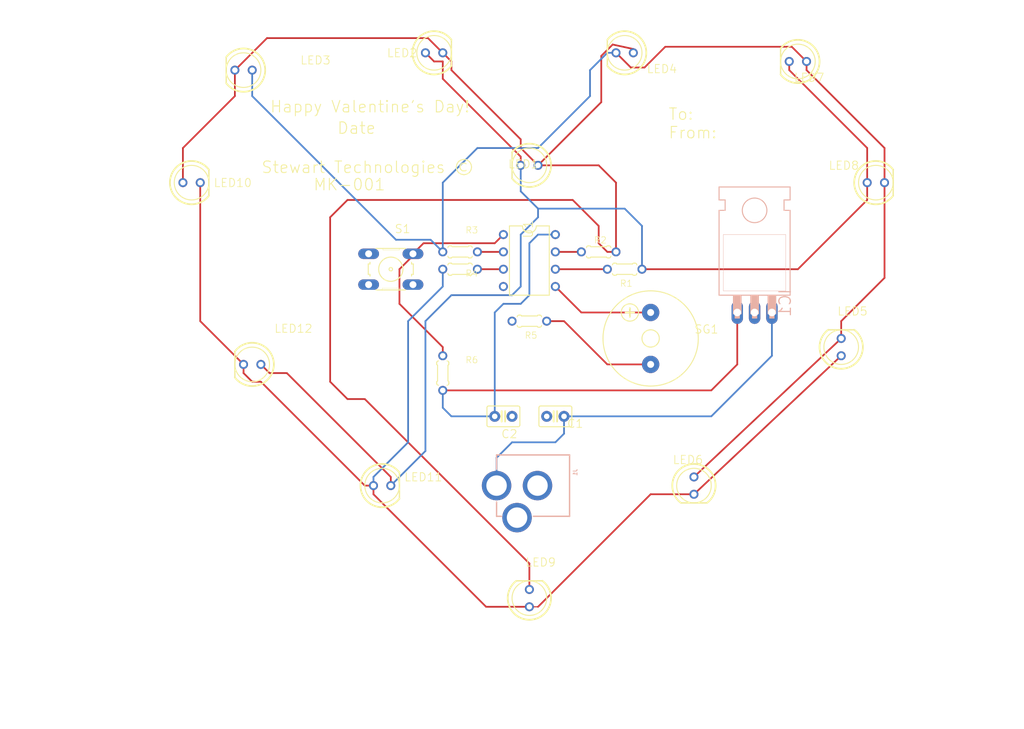
<source format=kicad_pcb>
(kicad_pcb (version 20171130) (host pcbnew "(5.1.5)-3")

  (general
    (thickness 1.6)
    (drawings 182)
    (tracks 143)
    (zones 0)
    (modules 25)
    (nets 17)
  )

  (page A4)
  (layers
    (0 Top signal)
    (31 Bottom signal)
    (32 B.Adhes user)
    (33 F.Adhes user)
    (34 B.Paste user)
    (35 F.Paste user)
    (36 B.SilkS user)
    (37 F.SilkS user)
    (38 B.Mask user)
    (39 F.Mask user)
    (40 Dwgs.User user)
    (41 Cmts.User user)
    (42 Eco1.User user)
    (43 Eco2.User user)
    (44 Edge.Cuts user)
    (45 Margin user)
    (46 B.CrtYd user)
    (47 F.CrtYd user)
    (48 B.Fab user)
    (49 F.Fab user)
  )

  (setup
    (last_trace_width 0.25)
    (trace_clearance 0.1524)
    (zone_clearance 0.508)
    (zone_45_only no)
    (trace_min 0.1524)
    (via_size 0.8)
    (via_drill 0.4)
    (via_min_size 0.4)
    (via_min_drill 0.3)
    (uvia_size 0.3)
    (uvia_drill 0.1)
    (uvias_allowed no)
    (uvia_min_size 0.2)
    (uvia_min_drill 0.1)
    (edge_width 0.05)
    (segment_width 0.2)
    (pcb_text_width 0.3)
    (pcb_text_size 1.5 1.5)
    (mod_edge_width 0.12)
    (mod_text_size 1 1)
    (mod_text_width 0.15)
    (pad_size 1.524 1.524)
    (pad_drill 0.762)
    (pad_to_mask_clearance 0.051)
    (solder_mask_min_width 0.25)
    (aux_axis_origin 0 0)
    (visible_elements FFFFFF7F)
    (pcbplotparams
      (layerselection 0x010fc_ffffffff)
      (usegerberextensions false)
      (usegerberattributes false)
      (usegerberadvancedattributes false)
      (creategerberjobfile false)
      (excludeedgelayer true)
      (linewidth 0.100000)
      (plotframeref false)
      (viasonmask false)
      (mode 1)
      (useauxorigin false)
      (hpglpennumber 1)
      (hpglpenspeed 20)
      (hpglpendiameter 15.000000)
      (psnegative false)
      (psa4output false)
      (plotreference true)
      (plotvalue true)
      (plotinvisibletext false)
      (padsonsilk false)
      (subtractmaskfromsilk false)
      (outputformat 1)
      (mirror false)
      (drillshape 1)
      (scaleselection 1)
      (outputdirectory ""))
  )

  (net 0 "")
  (net 1 GND)
  (net 2 "Net-(LED1-PadK)")
  (net 3 "Net-(LED1-PadA)")
  (net 4 "Net-(LED3-PadA)")
  (net 5 "Net-(LED10-PadK)")
  (net 6 /PINA)
  (net 7 /PINB)
  (net 8 /PINC)
  (net 9 /PIND)
  (net 10 "Net-(SG1-Pad+)")
  (net 11 /5V)
  (net 12 "Net-(R6-Pad2)")
  (net 13 "Net-(C1-Pad1)")
  (net 14 "Net-(R5-Pad2)")
  (net 15 "Net-(S1-Pad4)")
  (net 16 "Net-(S1-Pad2)")

  (net_class Default "This is the default net class."
    (clearance 0.1524)
    (trace_width 0.25)
    (via_dia 0.8)
    (via_drill 0.4)
    (uvia_dia 0.3)
    (uvia_drill 0.1)
    (add_net /5V)
    (add_net /PINA)
    (add_net /PINB)
    (add_net /PINC)
    (add_net /PIND)
    (add_net GND)
    (add_net "Net-(C1-Pad1)")
    (add_net "Net-(LED1-PadA)")
    (add_net "Net-(LED1-PadK)")
    (add_net "Net-(LED10-PadK)")
    (add_net "Net-(LED3-PadA)")
    (add_net "Net-(R5-Pad2)")
    (add_net "Net-(R6-Pad2)")
    (add_net "Net-(S1-Pad2)")
    (add_net "Net-(S1-Pad4)")
    (add_net "Net-(SG1-Pad+)")
  )

  (module schematicV1:C2.5-3 (layer Top) (tedit 0) (tstamp 61565C02)
    (at 152.346039 116.245929 180)
    (descr "<B>MKS2</B>, 5 x 3 mm, grid 2.54 mm")
    (path /090E4ADF)
    (fp_text reference C1 (at -1.651 -1.778) (layer F.SilkS)
      (effects (font (size 1.2065 1.2065) (thickness 0.12065)) (justify left bottom))
    )
    (fp_text value .33uF (at -1.651 3.048) (layer F.Fab)
      (effects (font (size 1.2065 1.2065) (thickness 0.12065)) (justify left bottom))
    )
    (fp_line (start -0.381 0) (end -1.27 0) (layer F.Fab) (width 0.1524))
    (fp_line (start -0.254 0) (end -0.381 0) (layer F.SilkS) (width 0.1524))
    (fp_line (start -0.254 0) (end -0.254 0.762) (layer F.SilkS) (width 0.254))
    (fp_line (start -0.254 -0.762) (end -0.254 0) (layer F.SilkS) (width 0.254))
    (fp_line (start 0.254 0) (end 0.254 0.762) (layer F.SilkS) (width 0.254))
    (fp_line (start 0.254 0) (end 0.254 -0.762) (layer F.SilkS) (width 0.254))
    (fp_line (start 0.381 0) (end 0.254 0) (layer F.SilkS) (width 0.1524))
    (fp_line (start 1.27 0) (end 0.381 0) (layer F.Fab) (width 0.1524))
    (fp_arc (start -2.159 1.27) (end -2.413 1.27) (angle -90) (layer F.SilkS) (width 0.1524))
    (fp_arc (start 2.159 1.27) (end 2.159 1.524) (angle -90) (layer F.SilkS) (width 0.1524))
    (fp_arc (start -2.159 -1.27) (end -2.413 -1.27) (angle 90) (layer F.SilkS) (width 0.1524))
    (fp_arc (start 2.159 -1.27) (end 2.159 -1.524) (angle 90) (layer F.SilkS) (width 0.1524))
    (fp_line (start -2.413 -1.27) (end -2.413 1.27) (layer F.SilkS) (width 0.1524))
    (fp_line (start 2.413 -1.27) (end 2.413 1.27) (layer F.SilkS) (width 0.1524))
    (fp_line (start 2.159 1.524) (end -2.159 1.524) (layer F.SilkS) (width 0.1524))
    (fp_line (start -2.159 -1.524) (end 2.159 -1.524) (layer F.SilkS) (width 0.1524))
    (pad 2 thru_hole circle (at 1.27 0 180) (size 1.6002 1.6002) (drill 0.8128) (layers *.Cu *.Mask)
      (net 1 GND) (solder_mask_margin 0.1016))
    (pad 1 thru_hole circle (at -1.27 0 180) (size 1.6002 1.6002) (drill 0.8128) (layers *.Cu *.Mask)
      (net 13 "Net-(C1-Pad1)") (solder_mask_margin 0.1016))
  )

  (module schematicV1:C2.5-3 (layer Top) (tedit 0) (tstamp 61565C17)
    (at 144.726039 116.245929)
    (descr "<B>MKS2</B>, 5 x 3 mm, grid 2.54 mm")
    (path /1B34BBCF)
    (fp_text reference C2 (at -0.381 3.302) (layer F.SilkS)
      (effects (font (size 1.2065 1.2065) (thickness 0.12065)) (justify left bottom))
    )
    (fp_text value .1uF (at -1.651 3.048) (layer F.Fab)
      (effects (font (size 1.2065 1.2065) (thickness 0.12065)) (justify left bottom))
    )
    (fp_line (start -0.381 0) (end -1.27 0) (layer F.Fab) (width 0.1524))
    (fp_line (start -0.254 0) (end -0.381 0) (layer F.SilkS) (width 0.1524))
    (fp_line (start -0.254 0) (end -0.254 0.762) (layer F.SilkS) (width 0.254))
    (fp_line (start -0.254 -0.762) (end -0.254 0) (layer F.SilkS) (width 0.254))
    (fp_line (start 0.254 0) (end 0.254 0.762) (layer F.SilkS) (width 0.254))
    (fp_line (start 0.254 0) (end 0.254 -0.762) (layer F.SilkS) (width 0.254))
    (fp_line (start 0.381 0) (end 0.254 0) (layer F.SilkS) (width 0.1524))
    (fp_line (start 1.27 0) (end 0.381 0) (layer F.Fab) (width 0.1524))
    (fp_arc (start -2.159 1.27) (end -2.413 1.27) (angle -90) (layer F.SilkS) (width 0.1524))
    (fp_arc (start 2.159 1.27) (end 2.159 1.524) (angle -90) (layer F.SilkS) (width 0.1524))
    (fp_arc (start -2.159 -1.27) (end -2.413 -1.27) (angle 90) (layer F.SilkS) (width 0.1524))
    (fp_arc (start 2.159 -1.27) (end 2.159 -1.524) (angle 90) (layer F.SilkS) (width 0.1524))
    (fp_line (start -2.413 -1.27) (end -2.413 1.27) (layer F.SilkS) (width 0.1524))
    (fp_line (start 2.413 -1.27) (end 2.413 1.27) (layer F.SilkS) (width 0.1524))
    (fp_line (start 2.159 1.524) (end -2.159 1.524) (layer F.SilkS) (width 0.1524))
    (fp_line (start -2.159 -1.524) (end 2.159 -1.524) (layer F.SilkS) (width 0.1524))
    (pad 2 thru_hole circle (at 1.27 0) (size 1.6002 1.6002) (drill 0.8128) (layers *.Cu *.Mask)
      (net 1 GND) (solder_mask_margin 0.1016))
    (pad 1 thru_hole circle (at -1.27 0) (size 1.6002 1.6002) (drill 0.8128) (layers *.Cu *.Mask)
      (net 11 /5V) (solder_mask_margin 0.1016))
  )

  (module schematicV1:TO220H (layer Bottom) (tedit 0) (tstamp 61565C2C)
    (at 181.556039 90.845929 180)
    (descr <b>TO-220</b>)
    (path /22F7723E)
    (fp_text reference IC1 (at -5.461 -10.922 270) (layer B.SilkS)
      (effects (font (size 1.6891 1.6891) (thickness 0.16891)) (justify right bottom mirror))
    )
    (fp_text value 78T (at 7.366 -11.049 270) (layer B.Fab)
      (effects (font (size 1.6891 1.6891) (thickness 0.16891)) (justify right bottom mirror))
    )
    (fp_poly (pts (xy 1.905 -10.414) (xy 3.175 -10.414) (xy 3.175 -7.62) (xy 1.905 -7.62)) (layer B.SilkS) (width 0))
    (fp_poly (pts (xy -0.635 -10.414) (xy 0.635 -10.414) (xy 0.635 -7.62) (xy -0.635 -7.62)) (layer B.SilkS) (width 0))
    (fp_poly (pts (xy -3.175 -10.414) (xy -1.905 -10.414) (xy -1.905 -7.62) (xy -3.175 -7.62)) (layer B.SilkS) (width 0))
    (fp_poly (pts (xy -2.921 -11.049) (xy -2.159 -11.049) (xy -2.159 -10.414) (xy -2.921 -10.414)) (layer B.SilkS) (width 0))
    (fp_poly (pts (xy -0.381 -11.049) (xy 0.381 -11.049) (xy 0.381 -10.414) (xy -0.381 -10.414)) (layer B.SilkS) (width 0))
    (fp_poly (pts (xy 2.159 -11.049) (xy 2.921 -11.049) (xy 2.921 -10.414) (xy 2.159 -10.414)) (layer B.SilkS) (width 0))
    (fp_circle (center 0 4.826) (end 1.27 4.826) (layer Dwgs.User) (width 2.54))
    (fp_circle (center 0 4.826) (end 1.27 4.826) (layer Dwgs.User) (width 2.54))
    (fp_circle (center 0 4.826) (end 1.8034 4.826) (layer B.SilkS) (width 0.1524))
    (fp_line (start -4.572 -6.985) (end -4.572 1.27) (layer B.SilkS) (width 0.0508))
    (fp_line (start 4.572 1.27) (end -4.572 1.27) (layer B.SilkS) (width 0.0508))
    (fp_line (start 4.572 1.27) (end 4.572 -6.985) (layer B.SilkS) (width 0.0508))
    (fp_line (start -4.572 -6.985) (end 4.572 -6.985) (layer B.SilkS) (width 0.0508))
    (fp_line (start -5.207 6.35) (end -5.207 8.255) (layer B.SilkS) (width 0.1524))
    (fp_line (start -4.318 6.35) (end -5.207 6.35) (layer B.SilkS) (width 0.1524))
    (fp_line (start -4.318 4.826) (end -4.318 6.35) (layer B.SilkS) (width 0.1524))
    (fp_line (start -5.207 4.826) (end -4.318 4.826) (layer B.SilkS) (width 0.1524))
    (fp_line (start -5.207 -7.62) (end -5.207 4.826) (layer B.SilkS) (width 0.1524))
    (fp_line (start 5.207 6.35) (end 5.207 8.255) (layer B.SilkS) (width 0.1524))
    (fp_line (start 4.318 6.35) (end 5.207 6.35) (layer B.SilkS) (width 0.1524))
    (fp_line (start 4.318 4.826) (end 4.318 6.35) (layer B.SilkS) (width 0.1524))
    (fp_line (start 5.207 4.826) (end 4.318 4.826) (layer B.SilkS) (width 0.1524))
    (fp_line (start 5.207 -7.62) (end 5.207 4.826) (layer B.SilkS) (width 0.1524))
    (fp_line (start 5.207 8.255) (end -5.207 8.255) (layer B.SilkS) (width 0.1524))
    (fp_line (start -5.207 -7.62) (end 5.207 -7.62) (layer B.SilkS) (width 0.1524))
    (pad "" np_thru_hole circle (at 0 4.826 180) (size 3.302 3.302) (drill 3.302) (layers *.Cu *.Mask))
    (pad 3 thru_hole oval (at 2.54 -10.16 90) (size 3.3528 1.6764) (drill 1.1176) (layers *.Cu *.Mask)
      (net 11 /5V) (solder_mask_margin 0.1016))
    (pad 2 thru_hole oval (at 0 -10.16 90) (size 3.3528 1.6764) (drill 1.1176) (layers *.Cu *.Mask)
      (net 1 GND) (solder_mask_margin 0.1016))
    (pad 1 thru_hole oval (at -2.54 -10.16 90) (size 3.3528 1.6764) (drill 1.1176) (layers *.Cu *.Mask)
      (net 13 "Net-(C1-Pad1)") (solder_mask_margin 0.1016))
  )

  (module schematicV1:LED5MM (layer Top) (tedit 0) (tstamp 61565C4C)
    (at 148.536039 79.415929 180)
    (descr "<B>LED</B><p>\n5 mm, round")
    (path /7DC8C285)
    (fp_text reference LED1 (at 3.175 -0.5334) (layer F.SilkS)
      (effects (font (size 1.2065 1.2065) (thickness 0.12065)) (justify left bottom))
    )
    (fp_text value LED5MM (at 3.2004 1.8034) (layer F.Fab)
      (effects (font (size 1.2065 1.2065) (thickness 0.12065)) (justify left bottom))
    )
    (fp_circle (center 0 0) (end 2.54 0) (layer F.SilkS) (width 0.1524))
    (fp_arc (start 0 0) (end 0 2.159) (angle -90) (layer F.Fab) (width 0.1524))
    (fp_arc (start 0 0) (end -2.159 0) (angle 90) (layer F.Fab) (width 0.1524))
    (fp_arc (start 0 0) (end 0 1.651) (angle -90) (layer F.Fab) (width 0.1524))
    (fp_arc (start 0 0) (end -1.651 0) (angle 90) (layer F.Fab) (width 0.1524))
    (fp_arc (start 0 0) (end 0 1.143) (angle -90) (layer F.Fab) (width 0.1524))
    (fp_arc (start 0 0) (end -1.143 0) (angle 90) (layer F.Fab) (width 0.1524))
    (fp_arc (start 0 0) (end 2.54 1.905) (angle 286.260205) (layer F.SilkS) (width 0.254))
    (fp_line (start 2.54 1.905) (end 2.54 -1.905) (layer F.SilkS) (width 0.2032))
    (pad K thru_hole circle (at 1.27 0 180) (size 1.3208 1.3208) (drill 0.8128) (layers *.Cu *.Mask)
      (net 2 "Net-(LED1-PadK)") (solder_mask_margin 0.1016))
    (pad A thru_hole circle (at -1.27 0 180) (size 1.3208 1.3208) (drill 0.8128) (layers *.Cu *.Mask)
      (net 3 "Net-(LED1-PadA)") (solder_mask_margin 0.1016))
  )

  (module schematicV1:LED5MM (layer Top) (tedit 0) (tstamp 61565C5A)
    (at 99.006039 81.955929)
    (descr "<B>LED</B><p>\n5 mm, round")
    (path /0CB95FCD)
    (fp_text reference LED10 (at 3.175 0.7366) (layer F.SilkS)
      (effects (font (size 1.2065 1.2065) (thickness 0.12065)) (justify left bottom))
    )
    (fp_text value LED5MM (at 3.2004 1.8034) (layer F.Fab)
      (effects (font (size 1.2065 1.2065) (thickness 0.12065)) (justify left bottom))
    )
    (fp_circle (center 0 0) (end 2.54 0) (layer F.SilkS) (width 0.1524))
    (fp_arc (start 0 0) (end 0 2.159) (angle -90) (layer F.Fab) (width 0.1524))
    (fp_arc (start 0 0) (end -2.159 0) (angle 90) (layer F.Fab) (width 0.1524))
    (fp_arc (start 0 0) (end 0 1.651) (angle -90) (layer F.Fab) (width 0.1524))
    (fp_arc (start 0 0) (end -1.651 0) (angle 90) (layer F.Fab) (width 0.1524))
    (fp_arc (start 0 0) (end 0 1.143) (angle -90) (layer F.Fab) (width 0.1524))
    (fp_arc (start 0 0) (end -1.143 0) (angle 90) (layer F.Fab) (width 0.1524))
    (fp_arc (start 0 0) (end 2.54 1.905) (angle 286.260205) (layer F.SilkS) (width 0.254))
    (fp_line (start 2.54 1.905) (end 2.54 -1.905) (layer F.SilkS) (width 0.2032))
    (pad K thru_hole circle (at 1.27 0) (size 1.3208 1.3208) (drill 0.8128) (layers *.Cu *.Mask)
      (net 5 "Net-(LED10-PadK)") (solder_mask_margin 0.1016))
    (pad A thru_hole circle (at -1.27 0) (size 1.3208 1.3208) (drill 0.8128) (layers *.Cu *.Mask)
      (net 3 "Net-(LED1-PadA)") (solder_mask_margin 0.1016))
  )

  (module schematicV1:LED5MM (layer Top) (tedit 0) (tstamp 61565C68)
    (at 126.946039 126.405929)
    (descr "<B>LED</B><p>\n5 mm, round")
    (path /9420C522)
    (fp_text reference LED11 (at 3.175 -0.5334) (layer F.SilkS)
      (effects (font (size 1.2065 1.2065) (thickness 0.12065)) (justify left bottom))
    )
    (fp_text value LED5MM (at 3.2004 1.8034) (layer F.Fab)
      (effects (font (size 1.2065 1.2065) (thickness 0.12065)) (justify left bottom))
    )
    (fp_circle (center 0 0) (end 2.54 0) (layer F.SilkS) (width 0.1524))
    (fp_arc (start 0 0) (end 0 2.159) (angle -90) (layer F.Fab) (width 0.1524))
    (fp_arc (start 0 0) (end -2.159 0) (angle 90) (layer F.Fab) (width 0.1524))
    (fp_arc (start 0 0) (end 0 1.651) (angle -90) (layer F.Fab) (width 0.1524))
    (fp_arc (start 0 0) (end -1.651 0) (angle 90) (layer F.Fab) (width 0.1524))
    (fp_arc (start 0 0) (end 0 1.143) (angle -90) (layer F.Fab) (width 0.1524))
    (fp_arc (start 0 0) (end -1.143 0) (angle 90) (layer F.Fab) (width 0.1524))
    (fp_arc (start 0 0) (end 2.54 1.905) (angle 286.260205) (layer F.SilkS) (width 0.254))
    (fp_line (start 2.54 1.905) (end 2.54 -1.905) (layer F.SilkS) (width 0.2032))
    (pad K thru_hole circle (at 1.27 0) (size 1.3208 1.3208) (drill 0.8128) (layers *.Cu *.Mask)
      (net 2 "Net-(LED1-PadK)") (solder_mask_margin 0.1016))
    (pad A thru_hole circle (at -1.27 0) (size 1.3208 1.3208) (drill 0.8128) (layers *.Cu *.Mask)
      (net 5 "Net-(LED10-PadK)") (solder_mask_margin 0.1016))
  )

  (module schematicV1:LED5MM (layer Top) (tedit 0) (tstamp 61565C76)
    (at 107.896039 108.625929 180)
    (descr "<B>LED</B><p>\n5 mm, round")
    (path /AD6A0342)
    (fp_text reference LED12 (at -3.175 4.5466) (layer F.SilkS)
      (effects (font (size 1.2065 1.2065) (thickness 0.12065)) (justify left bottom))
    )
    (fp_text value LED5MM (at 3.2004 1.8034) (layer F.Fab)
      (effects (font (size 1.2065 1.2065) (thickness 0.12065)) (justify left bottom))
    )
    (fp_circle (center 0 0) (end 2.54 0) (layer F.SilkS) (width 0.1524))
    (fp_arc (start 0 0) (end 0 2.159) (angle -90) (layer F.Fab) (width 0.1524))
    (fp_arc (start 0 0) (end -2.159 0) (angle 90) (layer F.Fab) (width 0.1524))
    (fp_arc (start 0 0) (end 0 1.651) (angle -90) (layer F.Fab) (width 0.1524))
    (fp_arc (start 0 0) (end -1.651 0) (angle 90) (layer F.Fab) (width 0.1524))
    (fp_arc (start 0 0) (end 0 1.143) (angle -90) (layer F.Fab) (width 0.1524))
    (fp_arc (start 0 0) (end -1.143 0) (angle 90) (layer F.Fab) (width 0.1524))
    (fp_arc (start 0 0) (end 2.54 1.905) (angle 286.260205) (layer F.SilkS) (width 0.254))
    (fp_line (start 2.54 1.905) (end 2.54 -1.905) (layer F.SilkS) (width 0.2032))
    (pad K thru_hole circle (at 1.27 0 180) (size 1.3208 1.3208) (drill 0.8128) (layers *.Cu *.Mask)
      (net 5 "Net-(LED10-PadK)") (solder_mask_margin 0.1016))
    (pad A thru_hole circle (at -1.27 0 180) (size 1.3208 1.3208) (drill 0.8128) (layers *.Cu *.Mask)
      (net 2 "Net-(LED1-PadK)") (solder_mask_margin 0.1016))
  )

  (module schematicV1:LED5MM (layer Top) (tedit 0) (tstamp 61565C84)
    (at 134.566039 62.905929)
    (descr "<B>LED</B><p>\n5 mm, round")
    (path /221661FE)
    (fp_text reference LED2 (at -6.985 0.7366) (layer F.SilkS)
      (effects (font (size 1.2065 1.2065) (thickness 0.12065)) (justify left bottom))
    )
    (fp_text value LED5MM (at 3.2004 1.8034) (layer F.Fab)
      (effects (font (size 1.2065 1.2065) (thickness 0.12065)) (justify left bottom))
    )
    (fp_circle (center 0 0) (end 2.54 0) (layer F.SilkS) (width 0.1524))
    (fp_arc (start 0 0) (end 0 2.159) (angle -90) (layer F.Fab) (width 0.1524))
    (fp_arc (start 0 0) (end -2.159 0) (angle 90) (layer F.Fab) (width 0.1524))
    (fp_arc (start 0 0) (end 0 1.651) (angle -90) (layer F.Fab) (width 0.1524))
    (fp_arc (start 0 0) (end -1.651 0) (angle 90) (layer F.Fab) (width 0.1524))
    (fp_arc (start 0 0) (end 0 1.143) (angle -90) (layer F.Fab) (width 0.1524))
    (fp_arc (start 0 0) (end -1.143 0) (angle 90) (layer F.Fab) (width 0.1524))
    (fp_arc (start 0 0) (end 2.54 1.905) (angle 286.260205) (layer F.SilkS) (width 0.254))
    (fp_line (start 2.54 1.905) (end 2.54 -1.905) (layer F.SilkS) (width 0.2032))
    (pad K thru_hole circle (at 1.27 0) (size 1.3208 1.3208) (drill 0.8128) (layers *.Cu *.Mask)
      (net 3 "Net-(LED1-PadA)") (solder_mask_margin 0.1016))
    (pad A thru_hole circle (at -1.27 0) (size 1.3208 1.3208) (drill 0.8128) (layers *.Cu *.Mask)
      (net 2 "Net-(LED1-PadK)") (solder_mask_margin 0.1016))
  )

  (module schematicV1:LED5MM (layer Top) (tedit 0) (tstamp 61565C92)
    (at 106.626039 65.445929 180)
    (descr "<B>LED</B><p>\n5 mm, round")
    (path /E9052FDA)
    (fp_text reference LED3 (at -8.255 0.7366) (layer F.SilkS)
      (effects (font (size 1.2065 1.2065) (thickness 0.12065)) (justify left bottom))
    )
    (fp_text value LED5MM (at 3.2004 1.8034) (layer F.Fab)
      (effects (font (size 1.2065 1.2065) (thickness 0.12065)) (justify left bottom))
    )
    (fp_circle (center 0 0) (end 2.54 0) (layer F.SilkS) (width 0.1524))
    (fp_arc (start 0 0) (end 0 2.159) (angle -90) (layer F.Fab) (width 0.1524))
    (fp_arc (start 0 0) (end -2.159 0) (angle 90) (layer F.Fab) (width 0.1524))
    (fp_arc (start 0 0) (end 0 1.651) (angle -90) (layer F.Fab) (width 0.1524))
    (fp_arc (start 0 0) (end -1.651 0) (angle 90) (layer F.Fab) (width 0.1524))
    (fp_arc (start 0 0) (end 0 1.143) (angle -90) (layer F.Fab) (width 0.1524))
    (fp_arc (start 0 0) (end -1.143 0) (angle 90) (layer F.Fab) (width 0.1524))
    (fp_arc (start 0 0) (end 2.54 1.905) (angle 286.260205) (layer F.SilkS) (width 0.254))
    (fp_line (start 2.54 1.905) (end 2.54 -1.905) (layer F.SilkS) (width 0.2032))
    (pad K thru_hole circle (at 1.27 0 180) (size 1.3208 1.3208) (drill 0.8128) (layers *.Cu *.Mask)
      (net 3 "Net-(LED1-PadA)") (solder_mask_margin 0.1016))
    (pad A thru_hole circle (at -1.27 0 180) (size 1.3208 1.3208) (drill 0.8128) (layers *.Cu *.Mask)
      (net 4 "Net-(LED3-PadA)") (solder_mask_margin 0.1016))
  )

  (module schematicV1:LED5MM (layer Top) (tedit 0) (tstamp 61565CA0)
    (at 162.506039 62.905929 180)
    (descr "<B>LED</B><p>\n5 mm, round")
    (path /9949CB52)
    (fp_text reference LED4 (at -3.175 -3.0734) (layer F.SilkS)
      (effects (font (size 1.2065 1.2065) (thickness 0.12065)) (justify left bottom))
    )
    (fp_text value LED5MM (at 3.2004 1.8034) (layer F.Fab)
      (effects (font (size 1.2065 1.2065) (thickness 0.12065)) (justify left bottom))
    )
    (fp_circle (center 0 0) (end 2.54 0) (layer F.SilkS) (width 0.1524))
    (fp_arc (start 0 0) (end 0 2.159) (angle -90) (layer F.Fab) (width 0.1524))
    (fp_arc (start 0 0) (end -2.159 0) (angle 90) (layer F.Fab) (width 0.1524))
    (fp_arc (start 0 0) (end 0 1.651) (angle -90) (layer F.Fab) (width 0.1524))
    (fp_arc (start 0 0) (end -1.651 0) (angle 90) (layer F.Fab) (width 0.1524))
    (fp_arc (start 0 0) (end 0 1.143) (angle -90) (layer F.Fab) (width 0.1524))
    (fp_arc (start 0 0) (end -1.143 0) (angle 90) (layer F.Fab) (width 0.1524))
    (fp_arc (start 0 0) (end 2.54 1.905) (angle 286.260205) (layer F.SilkS) (width 0.254))
    (fp_line (start 2.54 1.905) (end 2.54 -1.905) (layer F.SilkS) (width 0.2032))
    (pad K thru_hole circle (at 1.27 0 180) (size 1.3208 1.3208) (drill 0.8128) (layers *.Cu *.Mask)
      (net 4 "Net-(LED3-PadA)") (solder_mask_margin 0.1016))
    (pad A thru_hole circle (at -1.27 0 180) (size 1.3208 1.3208) (drill 0.8128) (layers *.Cu *.Mask)
      (net 3 "Net-(LED1-PadA)") (solder_mask_margin 0.1016))
  )

  (module schematicV1:LED5MM (layer Top) (tedit 0) (tstamp 61565CAE)
    (at 194.256039 106.085929 90)
    (descr "<B>LED</B><p>\n5 mm, round")
    (path /69414D15)
    (fp_text reference LED5 (at 4.5466 -0.635) (layer F.SilkS)
      (effects (font (size 1.2065 1.2065) (thickness 0.12065)) (justify left bottom))
    )
    (fp_text value LED5MM (at 3.2004 1.8034 90) (layer F.Fab)
      (effects (font (size 1.2065 1.2065) (thickness 0.12065)) (justify left bottom))
    )
    (fp_circle (center 0 0) (end 2.54 0) (layer F.SilkS) (width 0.1524))
    (fp_arc (start 0 0) (end 0 2.159) (angle -90) (layer F.Fab) (width 0.1524))
    (fp_arc (start 0 0) (end -2.159 0) (angle 90) (layer F.Fab) (width 0.1524))
    (fp_arc (start 0 0) (end 0 1.651) (angle -90) (layer F.Fab) (width 0.1524))
    (fp_arc (start 0 0) (end -1.651 0) (angle 90) (layer F.Fab) (width 0.1524))
    (fp_arc (start 0 0) (end 0 1.143) (angle -90) (layer F.Fab) (width 0.1524))
    (fp_arc (start 0 0) (end -1.143 0) (angle 90) (layer F.Fab) (width 0.1524))
    (fp_arc (start 0 0) (end 2.54 1.905) (angle 286.260205) (layer F.SilkS) (width 0.254))
    (fp_line (start 2.54 1.905) (end 2.54 -1.905) (layer F.SilkS) (width 0.2032))
    (pad K thru_hole circle (at 1.27 0 90) (size 1.3208 1.3208) (drill 0.8128) (layers *.Cu *.Mask)
      (net 4 "Net-(LED3-PadA)") (solder_mask_margin 0.1016))
    (pad A thru_hole circle (at -1.27 0 90) (size 1.3208 1.3208) (drill 0.8128) (layers *.Cu *.Mask)
      (net 5 "Net-(LED10-PadK)") (solder_mask_margin 0.1016))
  )

  (module schematicV1:LED5MM (layer Top) (tedit 0) (tstamp 61565CBC)
    (at 172.666039 126.405929 270)
    (descr "<B>LED</B><p>\n5 mm, round")
    (path /3E6DA659)
    (fp_text reference LED6 (at -3.0734 3.175) (layer F.SilkS)
      (effects (font (size 1.2065 1.2065) (thickness 0.12065)) (justify left bottom))
    )
    (fp_text value LED5MM (at 3.2004 1.8034 90) (layer F.Fab)
      (effects (font (size 1.2065 1.2065) (thickness 0.12065)) (justify left bottom))
    )
    (fp_circle (center 0 0) (end 2.54 0) (layer F.SilkS) (width 0.1524))
    (fp_arc (start 0 0) (end 0 2.159) (angle -90) (layer F.Fab) (width 0.1524))
    (fp_arc (start 0 0) (end -2.159 0) (angle 90) (layer F.Fab) (width 0.1524))
    (fp_arc (start 0 0) (end 0 1.651) (angle -90) (layer F.Fab) (width 0.1524))
    (fp_arc (start 0 0) (end -1.651 0) (angle 90) (layer F.Fab) (width 0.1524))
    (fp_arc (start 0 0) (end 0 1.143) (angle -90) (layer F.Fab) (width 0.1524))
    (fp_arc (start 0 0) (end -1.143 0) (angle 90) (layer F.Fab) (width 0.1524))
    (fp_arc (start 0 0) (end 2.54 1.905) (angle 286.260205) (layer F.SilkS) (width 0.254))
    (fp_line (start 2.54 1.905) (end 2.54 -1.905) (layer F.SilkS) (width 0.2032))
    (pad K thru_hole circle (at 1.27 0 270) (size 1.3208 1.3208) (drill 0.8128) (layers *.Cu *.Mask)
      (net 5 "Net-(LED10-PadK)") (solder_mask_margin 0.1016))
    (pad A thru_hole circle (at -1.27 0 270) (size 1.3208 1.3208) (drill 0.8128) (layers *.Cu *.Mask)
      (net 4 "Net-(LED3-PadA)") (solder_mask_margin 0.1016))
  )

  (module schematicV1:LED5MM (layer Top) (tedit 0) (tstamp 61565CCA)
    (at 187.906039 64.175929 180)
    (descr "<B>LED</B><p>\n5 mm, round")
    (path /80FA1933)
    (fp_text reference LED7 (at 0.635 -3.0734) (layer F.SilkS)
      (effects (font (size 1.2065 1.2065) (thickness 0.12065)) (justify left bottom))
    )
    (fp_text value LED5MM (at 3.2004 1.8034) (layer F.Fab)
      (effects (font (size 1.2065 1.2065) (thickness 0.12065)) (justify left bottom))
    )
    (fp_circle (center 0 0) (end 2.54 0) (layer F.SilkS) (width 0.1524))
    (fp_arc (start 0 0) (end 0 2.159) (angle -90) (layer F.Fab) (width 0.1524))
    (fp_arc (start 0 0) (end -2.159 0) (angle 90) (layer F.Fab) (width 0.1524))
    (fp_arc (start 0 0) (end 0 1.651) (angle -90) (layer F.Fab) (width 0.1524))
    (fp_arc (start 0 0) (end -1.651 0) (angle 90) (layer F.Fab) (width 0.1524))
    (fp_arc (start 0 0) (end 0 1.143) (angle -90) (layer F.Fab) (width 0.1524))
    (fp_arc (start 0 0) (end -1.143 0) (angle 90) (layer F.Fab) (width 0.1524))
    (fp_arc (start 0 0) (end 2.54 1.905) (angle 286.260205) (layer F.SilkS) (width 0.254))
    (fp_line (start 2.54 1.905) (end 2.54 -1.905) (layer F.SilkS) (width 0.2032))
    (pad K thru_hole circle (at 1.27 0 180) (size 1.3208 1.3208) (drill 0.8128) (layers *.Cu *.Mask)
      (net 2 "Net-(LED1-PadK)") (solder_mask_margin 0.1016))
    (pad A thru_hole circle (at -1.27 0 180) (size 1.3208 1.3208) (drill 0.8128) (layers *.Cu *.Mask)
      (net 4 "Net-(LED3-PadA)") (solder_mask_margin 0.1016))
  )

  (module schematicV1:LED5MM (layer Top) (tedit 0) (tstamp 61565CD8)
    (at 199.336039 81.955929)
    (descr "<B>LED</B><p>\n5 mm, round")
    (path /573B2024)
    (fp_text reference LED8 (at -6.985 -1.8034) (layer F.SilkS)
      (effects (font (size 1.2065 1.2065) (thickness 0.12065)) (justify left bottom))
    )
    (fp_text value LED5MM (at 3.2004 1.8034) (layer F.Fab)
      (effects (font (size 1.2065 1.2065) (thickness 0.12065)) (justify left bottom))
    )
    (fp_circle (center 0 0) (end 2.54 0) (layer F.SilkS) (width 0.1524))
    (fp_arc (start 0 0) (end 0 2.159) (angle -90) (layer F.Fab) (width 0.1524))
    (fp_arc (start 0 0) (end -2.159 0) (angle 90) (layer F.Fab) (width 0.1524))
    (fp_arc (start 0 0) (end 0 1.651) (angle -90) (layer F.Fab) (width 0.1524))
    (fp_arc (start 0 0) (end -1.651 0) (angle 90) (layer F.Fab) (width 0.1524))
    (fp_arc (start 0 0) (end 0 1.143) (angle -90) (layer F.Fab) (width 0.1524))
    (fp_arc (start 0 0) (end -1.143 0) (angle 90) (layer F.Fab) (width 0.1524))
    (fp_arc (start 0 0) (end 2.54 1.905) (angle 286.260205) (layer F.SilkS) (width 0.254))
    (fp_line (start 2.54 1.905) (end 2.54 -1.905) (layer F.SilkS) (width 0.2032))
    (pad K thru_hole circle (at 1.27 0) (size 1.3208 1.3208) (drill 0.8128) (layers *.Cu *.Mask)
      (net 4 "Net-(LED3-PadA)") (solder_mask_margin 0.1016))
    (pad A thru_hole circle (at -1.27 0) (size 1.3208 1.3208) (drill 0.8128) (layers *.Cu *.Mask)
      (net 2 "Net-(LED1-PadK)") (solder_mask_margin 0.1016))
  )

  (module schematicV1:LED5MM (layer Top) (tedit 0) (tstamp 61565CE6)
    (at 148.536039 142.915929 90)
    (descr "<B>LED</B><p>\n5 mm, round")
    (path /A4BB2AFA)
    (fp_text reference LED9 (at 4.5466 -0.635) (layer F.SilkS)
      (effects (font (size 1.2065 1.2065) (thickness 0.12065)) (justify left bottom))
    )
    (fp_text value LED5MM (at 3.2004 1.8034 90) (layer F.Fab)
      (effects (font (size 1.2065 1.2065) (thickness 0.12065)) (justify left bottom))
    )
    (fp_circle (center 0 0) (end 2.54 0) (layer F.SilkS) (width 0.1524))
    (fp_arc (start 0 0) (end 0 2.159) (angle -90) (layer F.Fab) (width 0.1524))
    (fp_arc (start 0 0) (end -2.159 0) (angle 90) (layer F.Fab) (width 0.1524))
    (fp_arc (start 0 0) (end 0 1.651) (angle -90) (layer F.Fab) (width 0.1524))
    (fp_arc (start 0 0) (end -1.651 0) (angle 90) (layer F.Fab) (width 0.1524))
    (fp_arc (start 0 0) (end 0 1.143) (angle -90) (layer F.Fab) (width 0.1524))
    (fp_arc (start 0 0) (end -1.143 0) (angle 90) (layer F.Fab) (width 0.1524))
    (fp_arc (start 0 0) (end 2.54 1.905) (angle 286.260205) (layer F.SilkS) (width 0.254))
    (fp_line (start 2.54 1.905) (end 2.54 -1.905) (layer F.SilkS) (width 0.2032))
    (pad K thru_hole circle (at 1.27 0 90) (size 1.3208 1.3208) (drill 0.8128) (layers *.Cu *.Mask)
      (net 3 "Net-(LED1-PadA)") (solder_mask_margin 0.1016))
    (pad A thru_hole circle (at -1.27 0 90) (size 1.3208 1.3208) (drill 0.8128) (layers *.Cu *.Mask)
      (net 5 "Net-(LED10-PadK)") (solder_mask_margin 0.1016))
  )

  (module schematicV1:0204_5 (layer Top) (tedit 0) (tstamp 61565CF4)
    (at 162.506039 94.655929)
    (descr "<b>RESISTOR</b><p>\ntype 0204, grid 5 mm")
    (path /BAC89E14)
    (fp_text reference R1 (at -0.7366 2.6416) (layer F.SilkS)
      (effects (font (size 0.94107 0.94107) (thickness 0.094107)) (justify left bottom))
    )
    (fp_text value 68 (at -2.1336 2.3114) (layer F.Fab)
      (effects (font (size 0.94107 0.94107) (thickness 0.094107)) (justify left bottom))
    )
    (fp_poly (pts (xy 1.778 0.254) (xy 2.032 0.254) (xy 2.032 -0.254) (xy 1.778 -0.254)) (layer F.Fab) (width 0))
    (fp_poly (pts (xy -2.032 0.254) (xy -1.778 0.254) (xy -1.778 -0.254) (xy -2.032 -0.254)) (layer F.Fab) (width 0))
    (fp_line (start 1.778 0.635) (end 1.778 -0.635) (layer F.Fab) (width 0.1524))
    (fp_line (start 1.524 0.889) (end 1.27 0.889) (layer F.SilkS) (width 0.1524))
    (fp_line (start 1.524 -0.889) (end 1.27 -0.889) (layer F.SilkS) (width 0.1524))
    (fp_line (start 1.143 0.762) (end -1.143 0.762) (layer F.SilkS) (width 0.1524))
    (fp_line (start 1.143 0.762) (end 1.27 0.889) (layer F.SilkS) (width 0.1524))
    (fp_line (start 1.143 -0.762) (end -1.143 -0.762) (layer F.SilkS) (width 0.1524))
    (fp_line (start 1.143 -0.762) (end 1.27 -0.889) (layer F.SilkS) (width 0.1524))
    (fp_line (start -1.143 0.762) (end -1.27 0.889) (layer F.SilkS) (width 0.1524))
    (fp_line (start -1.524 0.889) (end -1.27 0.889) (layer F.SilkS) (width 0.1524))
    (fp_line (start -1.143 -0.762) (end -1.27 -0.889) (layer F.SilkS) (width 0.1524))
    (fp_line (start -1.524 -0.889) (end -1.27 -0.889) (layer F.SilkS) (width 0.1524))
    (fp_line (start -1.778 0.635) (end -1.778 -0.635) (layer F.Fab) (width 0.1524))
    (fp_arc (start 1.524 -0.635) (end 1.524 -0.889) (angle 90) (layer F.SilkS) (width 0.1524))
    (fp_arc (start 1.524 0.635) (end 1.524 0.889) (angle -90) (layer F.SilkS) (width 0.1524))
    (fp_arc (start -1.524 0.635) (end -1.778 0.635) (angle -90) (layer F.SilkS) (width 0.1524))
    (fp_arc (start -1.524 -0.635) (end -1.778 -0.635) (angle 90) (layer F.SilkS) (width 0.1524))
    (fp_line (start -2.54 0) (end -2.032 0) (layer F.Fab) (width 0.508))
    (fp_line (start 2.54 0) (end 2.032 0) (layer F.Fab) (width 0.508))
    (pad 2 thru_hole circle (at 2.54 0) (size 1.3208 1.3208) (drill 0.8128) (layers *.Cu *.Mask)
      (net 2 "Net-(LED1-PadK)") (solder_mask_margin 0.1016))
    (pad 1 thru_hole circle (at -2.54 0) (size 1.3208 1.3208) (drill 0.8128) (layers *.Cu *.Mask)
      (net 6 /PINA) (solder_mask_margin 0.1016))
  )

  (module schematicV1:0204_5 (layer Top) (tedit 0) (tstamp 61565D0D)
    (at 158.696039 92.115929)
    (descr "<b>RESISTOR</b><p>\ntype 0204, grid 5 mm")
    (path /6BF079A9)
    (fp_text reference R2 (at -0.7366 -1.1684) (layer F.SilkS)
      (effects (font (size 0.94107 0.94107) (thickness 0.094107)) (justify left bottom))
    )
    (fp_text value 68 (at -2.1336 2.3114) (layer F.Fab)
      (effects (font (size 0.94107 0.94107) (thickness 0.094107)) (justify left bottom))
    )
    (fp_poly (pts (xy 1.778 0.254) (xy 2.032 0.254) (xy 2.032 -0.254) (xy 1.778 -0.254)) (layer F.Fab) (width 0))
    (fp_poly (pts (xy -2.032 0.254) (xy -1.778 0.254) (xy -1.778 -0.254) (xy -2.032 -0.254)) (layer F.Fab) (width 0))
    (fp_line (start 1.778 0.635) (end 1.778 -0.635) (layer F.Fab) (width 0.1524))
    (fp_line (start 1.524 0.889) (end 1.27 0.889) (layer F.SilkS) (width 0.1524))
    (fp_line (start 1.524 -0.889) (end 1.27 -0.889) (layer F.SilkS) (width 0.1524))
    (fp_line (start 1.143 0.762) (end -1.143 0.762) (layer F.SilkS) (width 0.1524))
    (fp_line (start 1.143 0.762) (end 1.27 0.889) (layer F.SilkS) (width 0.1524))
    (fp_line (start 1.143 -0.762) (end -1.143 -0.762) (layer F.SilkS) (width 0.1524))
    (fp_line (start 1.143 -0.762) (end 1.27 -0.889) (layer F.SilkS) (width 0.1524))
    (fp_line (start -1.143 0.762) (end -1.27 0.889) (layer F.SilkS) (width 0.1524))
    (fp_line (start -1.524 0.889) (end -1.27 0.889) (layer F.SilkS) (width 0.1524))
    (fp_line (start -1.143 -0.762) (end -1.27 -0.889) (layer F.SilkS) (width 0.1524))
    (fp_line (start -1.524 -0.889) (end -1.27 -0.889) (layer F.SilkS) (width 0.1524))
    (fp_line (start -1.778 0.635) (end -1.778 -0.635) (layer F.Fab) (width 0.1524))
    (fp_arc (start 1.524 -0.635) (end 1.524 -0.889) (angle 90) (layer F.SilkS) (width 0.1524))
    (fp_arc (start 1.524 0.635) (end 1.524 0.889) (angle -90) (layer F.SilkS) (width 0.1524))
    (fp_arc (start -1.524 0.635) (end -1.778 0.635) (angle -90) (layer F.SilkS) (width 0.1524))
    (fp_arc (start -1.524 -0.635) (end -1.778 -0.635) (angle 90) (layer F.SilkS) (width 0.1524))
    (fp_line (start -2.54 0) (end -2.032 0) (layer F.Fab) (width 0.508))
    (fp_line (start 2.54 0) (end 2.032 0) (layer F.Fab) (width 0.508))
    (pad 2 thru_hole circle (at 2.54 0) (size 1.3208 1.3208) (drill 0.8128) (layers *.Cu *.Mask)
      (net 3 "Net-(LED1-PadA)") (solder_mask_margin 0.1016))
    (pad 1 thru_hole circle (at -2.54 0) (size 1.3208 1.3208) (drill 0.8128) (layers *.Cu *.Mask)
      (net 7 /PINB) (solder_mask_margin 0.1016))
  )

  (module schematicV1:0204_5 (layer Top) (tedit 0) (tstamp 61565D26)
    (at 138.376039 92.115929 180)
    (descr "<b>RESISTOR</b><p>\ntype 0204, grid 5 mm")
    (path /4EA4745A)
    (fp_text reference R3 (at -0.7366 2.6416) (layer F.SilkS)
      (effects (font (size 0.94107 0.94107) (thickness 0.094107)) (justify left bottom))
    )
    (fp_text value 68 (at -2.1336 2.3114) (layer F.Fab)
      (effects (font (size 0.94107 0.94107) (thickness 0.094107)) (justify left bottom))
    )
    (fp_poly (pts (xy 1.778 0.254) (xy 2.032 0.254) (xy 2.032 -0.254) (xy 1.778 -0.254)) (layer F.Fab) (width 0))
    (fp_poly (pts (xy -2.032 0.254) (xy -1.778 0.254) (xy -1.778 -0.254) (xy -2.032 -0.254)) (layer F.Fab) (width 0))
    (fp_line (start 1.778 0.635) (end 1.778 -0.635) (layer F.Fab) (width 0.1524))
    (fp_line (start 1.524 0.889) (end 1.27 0.889) (layer F.SilkS) (width 0.1524))
    (fp_line (start 1.524 -0.889) (end 1.27 -0.889) (layer F.SilkS) (width 0.1524))
    (fp_line (start 1.143 0.762) (end -1.143 0.762) (layer F.SilkS) (width 0.1524))
    (fp_line (start 1.143 0.762) (end 1.27 0.889) (layer F.SilkS) (width 0.1524))
    (fp_line (start 1.143 -0.762) (end -1.143 -0.762) (layer F.SilkS) (width 0.1524))
    (fp_line (start 1.143 -0.762) (end 1.27 -0.889) (layer F.SilkS) (width 0.1524))
    (fp_line (start -1.143 0.762) (end -1.27 0.889) (layer F.SilkS) (width 0.1524))
    (fp_line (start -1.524 0.889) (end -1.27 0.889) (layer F.SilkS) (width 0.1524))
    (fp_line (start -1.143 -0.762) (end -1.27 -0.889) (layer F.SilkS) (width 0.1524))
    (fp_line (start -1.524 -0.889) (end -1.27 -0.889) (layer F.SilkS) (width 0.1524))
    (fp_line (start -1.778 0.635) (end -1.778 -0.635) (layer F.Fab) (width 0.1524))
    (fp_arc (start 1.524 -0.635) (end 1.524 -0.889) (angle 90) (layer F.SilkS) (width 0.1524))
    (fp_arc (start 1.524 0.635) (end 1.524 0.889) (angle -90) (layer F.SilkS) (width 0.1524))
    (fp_arc (start -1.524 0.635) (end -1.778 0.635) (angle -90) (layer F.SilkS) (width 0.1524))
    (fp_arc (start -1.524 -0.635) (end -1.778 -0.635) (angle 90) (layer F.SilkS) (width 0.1524))
    (fp_line (start -2.54 0) (end -2.032 0) (layer F.Fab) (width 0.508))
    (fp_line (start 2.54 0) (end 2.032 0) (layer F.Fab) (width 0.508))
    (pad 2 thru_hole circle (at 2.54 0 180) (size 1.3208 1.3208) (drill 0.8128) (layers *.Cu *.Mask)
      (net 4 "Net-(LED3-PadA)") (solder_mask_margin 0.1016))
    (pad 1 thru_hole circle (at -2.54 0 180) (size 1.3208 1.3208) (drill 0.8128) (layers *.Cu *.Mask)
      (net 8 /PINC) (solder_mask_margin 0.1016))
  )

  (module schematicV1:0204_5 (layer Top) (tedit 0) (tstamp 61565D3F)
    (at 138.376039 94.655929 180)
    (descr "<b>RESISTOR</b><p>\ntype 0204, grid 5 mm")
    (path /5430FF86)
    (fp_text reference R4 (at -0.7366 -1.1684) (layer F.SilkS)
      (effects (font (size 0.94107 0.94107) (thickness 0.094107)) (justify left bottom))
    )
    (fp_text value 68 (at 0.4064 1.0414) (layer F.Fab)
      (effects (font (size 0.94107 0.94107) (thickness 0.094107)) (justify left bottom))
    )
    (fp_poly (pts (xy 1.778 0.254) (xy 2.032 0.254) (xy 2.032 -0.254) (xy 1.778 -0.254)) (layer F.Fab) (width 0))
    (fp_poly (pts (xy -2.032 0.254) (xy -1.778 0.254) (xy -1.778 -0.254) (xy -2.032 -0.254)) (layer F.Fab) (width 0))
    (fp_line (start 1.778 0.635) (end 1.778 -0.635) (layer F.Fab) (width 0.1524))
    (fp_line (start 1.524 0.889) (end 1.27 0.889) (layer F.SilkS) (width 0.1524))
    (fp_line (start 1.524 -0.889) (end 1.27 -0.889) (layer F.SilkS) (width 0.1524))
    (fp_line (start 1.143 0.762) (end -1.143 0.762) (layer F.SilkS) (width 0.1524))
    (fp_line (start 1.143 0.762) (end 1.27 0.889) (layer F.SilkS) (width 0.1524))
    (fp_line (start 1.143 -0.762) (end -1.143 -0.762) (layer F.SilkS) (width 0.1524))
    (fp_line (start 1.143 -0.762) (end 1.27 -0.889) (layer F.SilkS) (width 0.1524))
    (fp_line (start -1.143 0.762) (end -1.27 0.889) (layer F.SilkS) (width 0.1524))
    (fp_line (start -1.524 0.889) (end -1.27 0.889) (layer F.SilkS) (width 0.1524))
    (fp_line (start -1.143 -0.762) (end -1.27 -0.889) (layer F.SilkS) (width 0.1524))
    (fp_line (start -1.524 -0.889) (end -1.27 -0.889) (layer F.SilkS) (width 0.1524))
    (fp_line (start -1.778 0.635) (end -1.778 -0.635) (layer F.Fab) (width 0.1524))
    (fp_arc (start 1.524 -0.635) (end 1.524 -0.889) (angle 90) (layer F.SilkS) (width 0.1524))
    (fp_arc (start 1.524 0.635) (end 1.524 0.889) (angle -90) (layer F.SilkS) (width 0.1524))
    (fp_arc (start -1.524 0.635) (end -1.778 0.635) (angle -90) (layer F.SilkS) (width 0.1524))
    (fp_arc (start -1.524 -0.635) (end -1.778 -0.635) (angle 90) (layer F.SilkS) (width 0.1524))
    (fp_line (start -2.54 0) (end -2.032 0) (layer F.Fab) (width 0.508))
    (fp_line (start 2.54 0) (end 2.032 0) (layer F.Fab) (width 0.508))
    (pad 2 thru_hole circle (at 2.54 0 180) (size 1.3208 1.3208) (drill 0.8128) (layers *.Cu *.Mask)
      (net 5 "Net-(LED10-PadK)") (solder_mask_margin 0.1016))
    (pad 1 thru_hole circle (at -2.54 0 180) (size 1.3208 1.3208) (drill 0.8128) (layers *.Cu *.Mask)
      (net 9 /PIND) (solder_mask_margin 0.1016))
  )

  (module schematicV1:0204_5 (layer Top) (tedit 0) (tstamp 61565D58)
    (at 148.536039 102.275929)
    (descr "<b>RESISTOR</b><p>\ntype 0204, grid 5 mm")
    (path /4373A00B)
    (fp_text reference R5 (at -0.7366 2.6416) (layer F.SilkS)
      (effects (font (size 0.94107 0.94107) (thickness 0.094107)) (justify left bottom))
    )
    (fp_text value 1k (at -2.1336 2.3114) (layer F.Fab)
      (effects (font (size 0.94107 0.94107) (thickness 0.094107)) (justify left bottom))
    )
    (fp_poly (pts (xy 1.778 0.254) (xy 2.032 0.254) (xy 2.032 -0.254) (xy 1.778 -0.254)) (layer F.Fab) (width 0))
    (fp_poly (pts (xy -2.032 0.254) (xy -1.778 0.254) (xy -1.778 -0.254) (xy -2.032 -0.254)) (layer F.Fab) (width 0))
    (fp_line (start 1.778 0.635) (end 1.778 -0.635) (layer F.Fab) (width 0.1524))
    (fp_line (start 1.524 0.889) (end 1.27 0.889) (layer F.SilkS) (width 0.1524))
    (fp_line (start 1.524 -0.889) (end 1.27 -0.889) (layer F.SilkS) (width 0.1524))
    (fp_line (start 1.143 0.762) (end -1.143 0.762) (layer F.SilkS) (width 0.1524))
    (fp_line (start 1.143 0.762) (end 1.27 0.889) (layer F.SilkS) (width 0.1524))
    (fp_line (start 1.143 -0.762) (end -1.143 -0.762) (layer F.SilkS) (width 0.1524))
    (fp_line (start 1.143 -0.762) (end 1.27 -0.889) (layer F.SilkS) (width 0.1524))
    (fp_line (start -1.143 0.762) (end -1.27 0.889) (layer F.SilkS) (width 0.1524))
    (fp_line (start -1.524 0.889) (end -1.27 0.889) (layer F.SilkS) (width 0.1524))
    (fp_line (start -1.143 -0.762) (end -1.27 -0.889) (layer F.SilkS) (width 0.1524))
    (fp_line (start -1.524 -0.889) (end -1.27 -0.889) (layer F.SilkS) (width 0.1524))
    (fp_line (start -1.778 0.635) (end -1.778 -0.635) (layer F.Fab) (width 0.1524))
    (fp_arc (start 1.524 -0.635) (end 1.524 -0.889) (angle 90) (layer F.SilkS) (width 0.1524))
    (fp_arc (start 1.524 0.635) (end 1.524 0.889) (angle -90) (layer F.SilkS) (width 0.1524))
    (fp_arc (start -1.524 0.635) (end -1.778 0.635) (angle -90) (layer F.SilkS) (width 0.1524))
    (fp_arc (start -1.524 -0.635) (end -1.778 -0.635) (angle 90) (layer F.SilkS) (width 0.1524))
    (fp_line (start -2.54 0) (end -2.032 0) (layer F.Fab) (width 0.508))
    (fp_line (start 2.54 0) (end 2.032 0) (layer F.Fab) (width 0.508))
    (pad 2 thru_hole circle (at 2.54 0) (size 1.3208 1.3208) (drill 0.8128) (layers *.Cu *.Mask)
      (net 14 "Net-(R5-Pad2)") (solder_mask_margin 0.1016))
    (pad 1 thru_hole circle (at -2.54 0) (size 1.3208 1.3208) (drill 0.8128) (layers *.Cu *.Mask)
      (net 1 GND) (solder_mask_margin 0.1016))
  )

  (module schematicV1:0204_5 (layer Top) (tedit 0) (tstamp 61565D71)
    (at 135.836039 109.895929 90)
    (descr "<b>RESISTOR</b><p>\ntype 0204, grid 5 mm")
    (path /1047F363)
    (fp_text reference R6 (at 1.3716 3.2766) (layer F.SilkS)
      (effects (font (size 0.94107 0.94107) (thickness 0.094107)) (justify left bottom))
    )
    (fp_text value 10k (at -2.1336 4.8514 90) (layer F.Fab)
      (effects (font (size 0.94107 0.94107) (thickness 0.094107)) (justify left bottom))
    )
    (fp_poly (pts (xy 1.778 0.254) (xy 2.032 0.254) (xy 2.032 -0.254) (xy 1.778 -0.254)) (layer F.Fab) (width 0))
    (fp_poly (pts (xy -2.032 0.254) (xy -1.778 0.254) (xy -1.778 -0.254) (xy -2.032 -0.254)) (layer F.Fab) (width 0))
    (fp_line (start 1.778 0.635) (end 1.778 -0.635) (layer F.Fab) (width 0.1524))
    (fp_line (start 1.524 0.889) (end 1.27 0.889) (layer F.SilkS) (width 0.1524))
    (fp_line (start 1.524 -0.889) (end 1.27 -0.889) (layer F.SilkS) (width 0.1524))
    (fp_line (start 1.143 0.762) (end -1.143 0.762) (layer F.SilkS) (width 0.1524))
    (fp_line (start 1.143 0.762) (end 1.27 0.889) (layer F.SilkS) (width 0.1524))
    (fp_line (start 1.143 -0.762) (end -1.143 -0.762) (layer F.SilkS) (width 0.1524))
    (fp_line (start 1.143 -0.762) (end 1.27 -0.889) (layer F.SilkS) (width 0.1524))
    (fp_line (start -1.143 0.762) (end -1.27 0.889) (layer F.SilkS) (width 0.1524))
    (fp_line (start -1.524 0.889) (end -1.27 0.889) (layer F.SilkS) (width 0.1524))
    (fp_line (start -1.143 -0.762) (end -1.27 -0.889) (layer F.SilkS) (width 0.1524))
    (fp_line (start -1.524 -0.889) (end -1.27 -0.889) (layer F.SilkS) (width 0.1524))
    (fp_line (start -1.778 0.635) (end -1.778 -0.635) (layer F.Fab) (width 0.1524))
    (fp_arc (start 1.524 -0.635) (end 1.524 -0.889) (angle 90) (layer F.SilkS) (width 0.1524))
    (fp_arc (start 1.524 0.635) (end 1.524 0.889) (angle -90) (layer F.SilkS) (width 0.1524))
    (fp_arc (start -1.524 0.635) (end -1.778 0.635) (angle -90) (layer F.SilkS) (width 0.1524))
    (fp_arc (start -1.524 -0.635) (end -1.778 -0.635) (angle 90) (layer F.SilkS) (width 0.1524))
    (fp_line (start -2.54 0) (end -2.032 0) (layer F.Fab) (width 0.508))
    (fp_line (start 2.54 0) (end 2.032 0) (layer F.Fab) (width 0.508))
    (pad 2 thru_hole circle (at 2.54 0 90) (size 1.3208 1.3208) (drill 0.8128) (layers *.Cu *.Mask)
      (net 12 "Net-(R6-Pad2)") (solder_mask_margin 0.1016))
    (pad 1 thru_hole circle (at -2.54 0 90) (size 1.3208 1.3208) (drill 0.8128) (layers *.Cu *.Mask)
      (net 11 /5V) (solder_mask_margin 0.1016))
  )

  (module schematicV1:B3F-10XX (layer Top) (tedit 0) (tstamp 61565D8A)
    (at 128.216039 94.655929 180)
    (descr "<b>OMRON SWITCH</b>")
    (path /788C9994)
    (fp_text reference S1 (at -0.508 5.207) (layer F.SilkS)
      (effects (font (size 1.2065 1.2065) (thickness 0.12065)) (justify left bottom))
    )
    (fp_text value 10-XX (at -3.048 5.08) (layer F.Fab)
      (effects (font (size 1.2065 1.2065) (thickness 0.12065)) (justify left bottom))
    )
    (fp_text user 4 (at 3.556 2.794 180) (layer F.Fab)
      (effects (font (size 1.2065 1.2065) (thickness 0.127)) (justify left bottom))
    )
    (fp_text user 3 (at -4.572 2.794 180) (layer F.Fab)
      (effects (font (size 1.2065 1.2065) (thickness 0.127)) (justify left bottom))
    )
    (fp_text user 2 (at 3.556 -1.524 180) (layer F.Fab)
      (effects (font (size 1.2065 1.2065) (thickness 0.127)) (justify left bottom))
    )
    (fp_text user 1 (at -4.318 -1.651 180) (layer F.Fab)
      (effects (font (size 1.2065 1.2065) (thickness 0.127)) (justify left bottom))
    )
    (fp_circle (center 0 0) (end 0.254 0) (layer F.SilkS) (width 0.1524))
    (fp_circle (center 0 0) (end 0.635 0) (layer F.Fab) (width 0.0508))
    (fp_circle (center -2.159 -2.159) (end -1.651 -2.159) (layer F.Fab) (width 0.1524))
    (fp_circle (center 2.159 -2.159) (end 2.667 -2.159) (layer F.Fab) (width 0.1524))
    (fp_circle (center 2.159 2.032) (end 2.667 2.032) (layer F.Fab) (width 0.1524))
    (fp_circle (center -2.159 2.159) (end -1.651 2.159) (layer F.Fab) (width 0.1524))
    (fp_circle (center 0 0) (end 1.778 0) (layer F.SilkS) (width 0.1524))
    (fp_line (start -2.413 -0.508) (end -2.159 0.381) (layer F.Fab) (width 0.1524))
    (fp_line (start -2.413 0.508) (end -2.413 1.27) (layer F.Fab) (width 0.1524))
    (fp_line (start -2.413 -1.27) (end -2.413 -0.508) (layer F.Fab) (width 0.1524))
    (fp_line (start 1.27 -2.286) (end -1.27 -2.286) (layer F.Fab) (width 0.1524))
    (fp_line (start -1.27 2.159) (end 1.27 2.159) (layer F.Fab) (width 0.1524))
    (fp_line (start -3.048 -0.762) (end -3.048 -1.016) (layer F.SilkS) (width 0.1524))
    (fp_line (start -3.048 0.762) (end -3.048 1.016) (layer F.SilkS) (width 0.1524))
    (fp_line (start 3.048 -0.762) (end 3.048 -1.016) (layer F.SilkS) (width 0.1524))
    (fp_line (start 3.048 0.762) (end 3.048 1.016) (layer F.SilkS) (width 0.1524))
    (fp_line (start 1.143 3.048) (end 2.159 3.048) (layer F.SilkS) (width 0.1524))
    (fp_line (start -1.27 3.048) (end 1.143 3.048) (layer F.SilkS) (width 0.1524))
    (fp_line (start -1.27 -3.048) (end -2.159 -3.048) (layer F.SilkS) (width 0.1524))
    (fp_line (start 1.27 -3.048) (end -1.27 -3.048) (layer F.SilkS) (width 0.1524))
    (fp_line (start 2.159 -3.048) (end 1.27 -3.048) (layer F.SilkS) (width 0.1524))
    (fp_line (start 2.54 -3.048) (end 2.159 -3.048) (layer F.Fab) (width 0.1524))
    (fp_line (start -2.54 -3.048) (end -2.159 -3.048) (layer F.Fab) (width 0.1524))
    (fp_line (start -2.159 3.048) (end -1.27 3.048) (layer F.SilkS) (width 0.1524))
    (fp_line (start -2.54 3.048) (end -2.159 3.048) (layer F.Fab) (width 0.1524))
    (fp_line (start 2.54 3.048) (end 2.159 3.048) (layer F.Fab) (width 0.1524))
    (fp_line (start -1.27 2.794) (end -1.27 3.048) (layer F.SilkS) (width 0.0508))
    (fp_line (start 1.143 2.794) (end 1.143 3.048) (layer F.SilkS) (width 0.0508))
    (fp_line (start 1.143 2.794) (end -1.27 2.794) (layer F.SilkS) (width 0.0508))
    (fp_line (start 1.27 -2.794) (end 1.27 -3.048) (layer F.SilkS) (width 0.0508))
    (fp_line (start 1.27 -2.794) (end -1.27 -2.794) (layer F.SilkS) (width 0.0508))
    (fp_line (start -1.27 -3.048) (end -1.27 -2.794) (layer F.SilkS) (width 0.0508))
    (fp_line (start -1.27 -1.27) (end 1.27 -1.27) (layer F.Fab) (width 0.0508))
    (fp_line (start 1.27 1.27) (end 1.27 -1.27) (layer F.Fab) (width 0.0508))
    (fp_line (start 1.27 1.27) (end -1.27 1.27) (layer F.Fab) (width 0.0508))
    (fp_line (start -1.27 -1.27) (end -1.27 1.27) (layer F.Fab) (width 0.0508))
    (fp_line (start -3.048 2.54) (end -3.048 1.016) (layer F.Fab) (width 0.1524))
    (fp_line (start -2.54 3.048) (end -3.048 2.54) (layer F.Fab) (width 0.1524))
    (fp_line (start -3.048 -2.54) (end -3.048 -1.016) (layer F.Fab) (width 0.1524))
    (fp_line (start -2.54 -3.048) (end -3.048 -2.54) (layer F.Fab) (width 0.1524))
    (fp_line (start 3.048 2.54) (end 3.048 1.016) (layer F.Fab) (width 0.1524))
    (fp_line (start 2.54 3.048) (end 3.048 2.54) (layer F.Fab) (width 0.1524))
    (fp_line (start 3.048 -2.54) (end 2.54 -3.048) (layer F.Fab) (width 0.1524))
    (fp_line (start -3.048 0.762) (end -3.302 0.762) (layer F.SilkS) (width 0.1524))
    (fp_line (start -3.302 -0.762) (end -3.302 0.762) (layer F.SilkS) (width 0.1524))
    (fp_line (start -3.302 -0.762) (end -3.048 -0.762) (layer F.SilkS) (width 0.1524))
    (fp_line (start 3.048 -1.016) (end 3.048 -2.54) (layer F.Fab) (width 0.1524))
    (fp_line (start 3.048 -0.762) (end 3.302 -0.762) (layer F.SilkS) (width 0.1524))
    (fp_line (start 3.302 0.762) (end 3.302 -0.762) (layer F.SilkS) (width 0.1524))
    (fp_line (start 3.302 0.762) (end 3.048 0.762) (layer F.SilkS) (width 0.1524))
    (pad 4 thru_hole oval (at 3.2512 2.2606 180) (size 3.048 1.524) (drill 1.016) (layers *.Cu *.Mask)
      (net 15 "Net-(S1-Pad4)") (solder_mask_margin 0.1016))
    (pad 2 thru_hole oval (at 3.2512 -2.2606 180) (size 3.048 1.524) (drill 1.016) (layers *.Cu *.Mask)
      (net 16 "Net-(S1-Pad2)") (solder_mask_margin 0.1016))
    (pad 3 thru_hole oval (at -3.2512 2.2606 180) (size 3.048 1.524) (drill 1.016) (layers *.Cu *.Mask)
      (net 12 "Net-(R6-Pad2)") (solder_mask_margin 0.1016))
    (pad 1 thru_hole oval (at -3.2512 -2.2606 180) (size 3.048 1.524) (drill 1.016) (layers *.Cu *.Mask)
      (net 1 GND) (solder_mask_margin 0.1016))
  )

  (module schematicV1:F_CM12P (layer Top) (tedit 0) (tstamp 61565DC7)
    (at 166.316039 104.815929 90)
    (descr <b>BUZZER</b>)
    (path /003378B8)
    (fp_text reference SG1 (at 0.635 6.35) (layer F.SilkS)
      (effects (font (size 1.2065 1.2065) (thickness 0.12065)) (justify left bottom))
    )
    (fp_text value F_CM12P (at -4.445 3.81 90) (layer F.Fab)
      (effects (font (size 1.2065 1.2065) (thickness 0.12065)) (justify left bottom))
    )
    (fp_circle (center 3.81 -3.048) (end 5.08 -3.048) (layer F.SilkS) (width 0.1524))
    (fp_circle (center 0 0) (end 1.27 0) (layer F.SilkS) (width 0.1524))
    (fp_circle (center 0 0) (end 6.985 0) (layer F.SilkS) (width 0.1524))
    (fp_line (start 3.81 -3.683) (end 3.81 -2.413) (layer F.SilkS) (width 0.254))
    (fp_line (start 3.175 -3.048) (end 4.445 -3.048) (layer F.SilkS) (width 0.254))
    (pad + thru_hole circle (at 3.81 0 90) (size 2.54 2.54) (drill 1.016) (layers *.Cu *.Mask)
      (net 10 "Net-(SG1-Pad+)") (solder_mask_margin 0.1016))
    (pad - thru_hole circle (at -3.81 0 90) (size 2.54 2.54) (drill 1.016) (layers *.Cu *.Mask)
      (net 14 "Net-(R5-Pad2)") (solder_mask_margin 0.1016))
  )

  (module schematicV1:PDIP08_300MIL (layer Top) (tedit 0) (tstamp 61565DD1)
    (at 148.536039 93.385929 270)
    (descr "<b>DIL08 300mil</b>")
    (path /94FABF20)
    (fp_text reference U1 (at -3.175 -0.635 90) (layer F.SilkS)
      (effects (font (size 1.35128 1.35128) (thickness 0.121615)) (justify left bottom))
    )
    (fp_text value ATTINY85P (at -3.175 3.175 90) (layer F.Fab)
      (effects (font (size 1.35128 1.35128) (thickness 0.121615)) (justify left bottom))
    )
    (fp_line (start -5.715 5.08) (end -5.715 -5.08) (layer Dwgs.User) (width 0.1016))
    (fp_line (start 5.715 5.08) (end -5.715 5.08) (layer Dwgs.User) (width 0.1016))
    (fp_line (start 5.715 -5.08) (end 5.715 5.08) (layer Dwgs.User) (width 0.1016))
    (fp_line (start -5.715 -5.08) (end 5.715 -5.08) (layer Dwgs.User) (width 0.1016))
    (fp_arc (start -5.08 0) (end -5.08 -1.016) (angle 180) (layer F.SilkS) (width 0.1524))
    (fp_line (start -5.08 2.921) (end -5.08 1.016) (layer F.SilkS) (width 0.1524))
    (fp_line (start -5.08 -2.921) (end -5.08 -1.016) (layer F.SilkS) (width 0.1524))
    (fp_line (start 5.08 -2.921) (end 5.08 2.921) (layer F.SilkS) (width 0.1524))
    (fp_line (start -5.08 2.921) (end 5.08 2.921) (layer F.SilkS) (width 0.1524))
    (fp_line (start 5.08 -2.921) (end -5.08 -2.921) (layer F.SilkS) (width 0.1524))
    (pad 5 thru_hole circle (at 3.81 -3.81) (size 1.3208 1.3208) (drill 0.8128) (layers *.Cu *.Mask)
      (net 10 "Net-(SG1-Pad+)") (solder_mask_margin 0.1016))
    (pad 6 thru_hole circle (at 1.27 -3.81) (size 1.3208 1.3208) (drill 0.8128) (layers *.Cu *.Mask)
      (net 6 /PINA) (solder_mask_margin 0.1016))
    (pad 4 thru_hole circle (at 3.81 3.81) (size 1.3208 1.3208) (drill 0.8128) (layers *.Cu *.Mask)
      (net 1 GND) (solder_mask_margin 0.1016))
    (pad 3 thru_hole circle (at 1.27 3.81) (size 1.3208 1.3208) (drill 0.8128) (layers *.Cu *.Mask)
      (net 9 /PIND) (solder_mask_margin 0.1016))
    (pad 8 thru_hole circle (at -3.81 -3.81) (size 1.3208 1.3208) (drill 0.8128) (layers *.Cu *.Mask)
      (net 11 /5V) (solder_mask_margin 0.1016))
    (pad 7 thru_hole circle (at -1.27 -3.81) (size 1.3208 1.3208) (drill 0.8128) (layers *.Cu *.Mask)
      (net 7 /PINB) (solder_mask_margin 0.1016))
    (pad 2 thru_hole circle (at -1.27 3.81) (size 1.3208 1.3208) (drill 0.8128) (layers *.Cu *.Mask)
      (net 8 /PINC) (solder_mask_margin 0.1016))
    (pad 1 thru_hole circle (at -3.81 3.81) (size 1.3208 1.3208) (drill 0.8128) (layers *.Cu *.Mask)
      (net 12 "Net-(R6-Pad2)") (solder_mask_margin 0.1016))
  )

  (module schematicV1:POWER_JACK_PTH (layer Bottom) (tedit 0) (tstamp 61565DE6)
    (at 157.426039 126.405929 270)
    (descr "<h3>DC Barrel Power Jack/Connector PTH</h3>\n5.5mm jack, 2.1mm center pole diameter\n<p>Specifications:\n<ul><li>Pin count: 3</li>\n</ul></p>\n<p><a href=”https://www.sparkfun.com/datasheets/Prototyping/Barrel-Connector-PJ-202A.pdf”>Datasheet referenced for footprint</a></p>\n<p>Example device(s):\n<ul><li>POWER_JACK</li>\n</ul></p>")
    (path /449C7C68)
    (fp_text reference J1 (at -1.3716 1.8288 90) (layer B.SilkS)
      (effects (font (size 0.57912 0.57912) (thickness 0.115824)) (justify right bottom mirror))
    )
    (fp_text value POWER_JACK (at -1.7526 0.8128 90) (layer B.Fab)
      (effects (font (size 0.57912 0.57912) (thickness 0.115824)) (justify right bottom mirror))
    )
    (fp_line (start -4.5 3) (end 4.5 3) (layer B.SilkS) (width 0.2032))
    (fp_line (start -4.5 13.7) (end -2.4 13.7) (layer B.SilkS) (width 0.2032))
    (fp_line (start -4.5 3) (end -4.5 13.7) (layer B.SilkS) (width 0.2032))
    (fp_line (start 4.5 13.7) (end 4.5 13) (layer B.SilkS) (width 0.2032))
    (fp_line (start 4.5 3) (end 4.5 8.3) (layer B.SilkS) (width 0.2032))
    (fp_line (start 4.5 0.1) (end -4.5 0.1) (layer B.Fab) (width 0.2032))
    (fp_line (start 4.5 0.1) (end 4.5 3) (layer B.Fab) (width 0.2032))
    (fp_line (start -4.5 3) (end -4.5 0.1) (layer B.Fab) (width 0.2032))
    (fp_line (start 4.5 13.7) (end 2.4 13.7) (layer B.SilkS) (width 0.2032))
    (pad GNDBREAK thru_hole circle (at 4.7 10.7 180) (size 4.318 4.318) (drill 2.9972) (layers *.Cu *.Mask)
      (net 1 GND) (solder_mask_margin 0.1016))
    (pad GND thru_hole circle (at 0 7.7 270) (size 4.318 4.318) (drill 2.9972) (layers *.Cu *.Mask)
      (net 1 GND) (solder_mask_margin 0.1016))
    (pad PWR thru_hole circle (at 0 13.7 270) (size 4.318 4.318) (drill 2.9972) (layers *.Cu *.Mask)
      (net 13 "Net-(C1-Pad1)") (solder_mask_margin 0.1016))
  )

  (gr_line (start 144.179957 148.821698) (end 143.137298 147.719029) (layer Edge.Cuts) (width 0.001) (tstamp 16E90E30))
  (gr_line (start 143.137298 147.719029) (end 141.816889 146.427748) (layer Edge.Cuts) (width 0.001) (tstamp 16E91D30))
  (gr_line (start 141.816889 146.427748) (end 140.272479 144.994911) (layer Edge.Cuts) (width 0.001) (tstamp 16E90570))
  (gr_line (start 140.272479 144.994911) (end 138.557848 143.467529) (layer Edge.Cuts) (width 0.001) (tstamp 16E910B0))
  (gr_line (start 138.557848 143.467529) (end 136.726729 141.892661) (layer Edge.Cuts) (width 0.001) (tstamp 16E8FFD0))
  (gr_line (start 136.726729 141.892661) (end 134.832907 140.317339) (layer Edge.Cuts) (width 0.001) (tstamp 16E91FB0))
  (gr_line (start 134.832907 140.317339) (end 132.930148 138.788598) (layer Edge.Cuts) (width 0.001) (tstamp 16E91150))
  (gr_line (start 132.930148 138.788598) (end 131.072198 137.353479) (layer Edge.Cuts) (width 0.001) (tstamp 16E90110))
  (gr_line (start 131.072198 137.353479) (end 122.373089 130.754398) (layer Edge.Cuts) (width 0.001) (tstamp 16E91290))
  (gr_line (start 122.373089 130.754398) (end 119.291189 128.376189) (layer Edge.Cuts) (width 0.001) (tstamp 16E915B0))
  (gr_line (start 119.291189 128.376189) (end 116.799948 126.407911) (layer Edge.Cuts) (width 0.001) (tstamp 16E91830))
  (gr_line (start 116.799948 126.407911) (end 114.708579 124.69632) (layer Edge.Cuts) (width 0.001) (tstamp 16E913D0))
  (gr_line (start 114.708579 124.69632) (end 112.826239 123.088198) (layer Edge.Cuts) (width 0.001) (tstamp 16E918D0))
  (gr_line (start 112.826239 123.088198) (end 110.962129 121.43032) (layer Edge.Cuts) (width 0.001) (tstamp 16E90890))
  (gr_line (start 110.962129 121.43032) (end 108.92542 119.569448) (layer Edge.Cuts) (width 0.001) (tstamp 16E91970))
  (gr_line (start 108.92542 119.569448) (end 106.981929 117.712098) (layer Edge.Cuts) (width 0.001) (tstamp 16E91A10))
  (gr_line (start 106.981929 117.712098) (end 105.181029 115.848548) (layer Edge.Cuts) (width 0.001) (tstamp 16E8F8F0))
  (gr_line (start 105.181029 115.848548) (end 103.520389 113.973689) (layer Edge.Cuts) (width 0.001) (tstamp 16E91AB0))
  (gr_line (start 103.520389 113.973689) (end 101.997648 112.082389) (layer Edge.Cuts) (width 0.001) (tstamp 16E8FAD0))
  (gr_line (start 101.997648 112.082389) (end 100.610457 110.169539) (layer Edge.Cuts) (width 0.001) (tstamp 16E8FF30))
  (gr_line (start 100.610457 110.169539) (end 99.356479 108.230011) (layer Edge.Cuts) (width 0.001) (tstamp 16E8FB70))
  (gr_line (start 99.356479 108.230011) (end 98.233348 106.258698) (layer Edge.Cuts) (width 0.001) (tstamp 16E8FCB0))
  (gr_line (start 98.233348 106.258698) (end 97.238729 104.250489) (layer Edge.Cuts) (width 0.001) (tstamp 16E902F0))
  (gr_line (start 97.238729 104.250489) (end 96.370257 102.200261) (layer Edge.Cuts) (width 0.001) (tstamp 16E8FD50))
  (gr_line (start 96.370257 102.200261) (end 95.625598 100.102889) (layer Edge.Cuts) (width 0.001) (tstamp 16E8FDF0))
  (gr_line (start 95.625598 100.102889) (end 95.002407 97.953261) (layer Edge.Cuts) (width 0.001) (tstamp 16E8FE90))
  (gr_line (start 95.002407 97.953261) (end 94.49832 95.746261) (layer Edge.Cuts) (width 0.001) (tstamp 16E90BB0))
  (gr_line (start 94.49832 95.746261) (end 94.110989 93.476779) (layer Edge.Cuts) (width 0.001) (tstamp 16E901B0))
  (gr_line (start 94.110989 93.476779) (end 93.838071 91.139689) (layer Edge.Cuts) (width 0.001) (tstamp 16E90250))
  (gr_line (start 93.838071 91.139689) (end 93.677221 88.72987) (layer Edge.Cuts) (width 0.001) (tstamp 16E90390))
  (gr_line (start 93.677221 88.72987) (end 93.62608 86.24222) (layer Edge.Cuts) (width 0.001) (tstamp 16E90430))
  (gr_line (start 93.62608 86.24222) (end 93.651471 83.952948) (layer Edge.Cuts) (width 0.001) (tstamp 16E90930))
  (gr_line (start 93.651471 83.952948) (end 93.729389 81.97987) (layer Edge.Cuts) (width 0.001) (tstamp 16E904D0))
  (gr_line (start 93.729389 81.97987) (end 93.871008 80.259798) (layer Edge.Cuts) (width 0.001) (tstamp 16E906B0))
  (gr_line (start 93.871008 80.259798) (end 94.087507 78.729579) (layer Edge.Cuts) (width 0.001) (tstamp 16E909D0))
  (gr_line (start 94.087507 78.729579) (end 94.390048 77.326039) (layer Edge.Cuts) (width 0.001) (tstamp 16E936D0))
  (gr_line (start 94.390048 77.326039) (end 94.78982 75.985998) (layer Edge.Cuts) (width 0.001) (tstamp 16E92230))
  (gr_line (start 94.78982 75.985998) (end 95.297989 74.646298) (layer Edge.Cuts) (width 0.001) (tstamp 16E92F50))
  (gr_line (start 95.297989 74.646298) (end 95.925739 73.24377) (layer Edge.Cuts) (width 0.001) (tstamp 16E94530))
  (gr_line (start 95.925739 73.24377) (end 96.529407 72.029379) (layer Edge.Cuts) (width 0.001) (tstamp 16E93DB0))
  (gr_line (start 96.529407 72.029379) (end 97.167479 70.85492) (layer Edge.Cuts) (width 0.001) (tstamp 16E93630))
  (gr_line (start 97.167479 70.85492) (end 97.839639 69.72072) (layer Edge.Cuts) (width 0.001) (tstamp 16E942B0))
  (gr_line (start 97.839639 69.72072) (end 98.545607 68.62707) (layer Edge.Cuts) (width 0.001) (tstamp 16E92910))
  (gr_line (start 98.545607 68.62707) (end 99.285107 67.574289) (layer Edge.Cuts) (width 0.001) (tstamp 16E93590))
  (gr_line (start 99.285107 67.574289) (end 100.057839 66.56267) (layer Edge.Cuts) (width 0.001) (tstamp 16E945D0))
  (gr_line (start 100.057839 66.56267) (end 100.86352 65.59252) (layer Edge.Cuts) (width 0.001) (tstamp 16E93770))
  (gr_line (start 100.86352 65.59252) (end 101.701848 64.664148) (layer Edge.Cuts) (width 0.001) (tstamp 16E939F0))
  (gr_line (start 101.701848 64.664148) (end 102.572557 63.77787) (layer Edge.Cuts) (width 0.001) (tstamp 16E92FF0))
  (gr_line (start 102.572557 63.77787) (end 103.475357 62.93397) (layer Edge.Cuts) (width 0.001) (tstamp 16E94670))
  (gr_line (start 103.475357 62.93397) (end 104.409948 62.132761) (layer Edge.Cuts) (width 0.001) (tstamp 16E929B0))
  (gr_line (start 104.409948 62.132761) (end 105.376048 61.374561) (layer Edge.Cuts) (width 0.001) (tstamp 16E92A50))
  (gr_line (start 105.376048 61.374561) (end 106.37337 60.659661) (layer Edge.Cuts) (width 0.001) (tstamp 16E94710))
  (gr_line (start 106.37337 60.659661) (end 107.40162 59.98837) (layer Edge.Cuts) (width 0.001) (tstamp 16E92AF0))
  (gr_line (start 107.40162 59.98837) (end 108.46052 59.360998) (layer Edge.Cuts) (width 0.001) (tstamp 16E924B0))
  (gr_line (start 108.46052 59.360998) (end 109.549779 58.777839) (layer Edge.Cuts) (width 0.001) (tstamp 16E92550))
  (gr_line (start 109.549779 58.777839) (end 111.028729 58.03792) (layer Edge.Cuts) (width 0.001) (tstamp 16E92410))
  (gr_line (start 111.028729 58.03792) (end 112.391779 57.40517) (layer Edge.Cuts) (width 0.001) (tstamp 16E943F0))
  (gr_line (start 112.391779 57.40517) (end 113.721229 56.87637) (layer Edge.Cuts) (width 0.001) (tstamp 16E94850))
  (gr_line (start 113.721229 56.87637) (end 115.09937 56.448311) (layer Edge.Cuts) (width 0.001) (tstamp 16E92D70))
  (gr_line (start 115.09937 56.448311) (end 116.60852 56.11777) (layer Edge.Cuts) (width 0.001) (tstamp 16E93130))
  (gr_line (start 116.60852 56.11777) (end 118.330957 55.88152) (layer Edge.Cuts) (width 0.001) (tstamp 16E93D10))
  (gr_line (start 118.330957 55.88152) (end 120.349007 55.736361) (layer Edge.Cuts) (width 0.001) (tstamp 16E93810))
  (gr_line (start 120.349007 55.736361) (end 122.744948 55.679061) (layer Edge.Cuts) (width 0.001) (tstamp 16E934F0))
  (gr_line (start 122.744948 55.679061) (end 125.22457 55.70687) (layer Edge.Cuts) (width 0.001) (tstamp 16E93450))
  (gr_line (start 125.22457 55.70687) (end 127.264507 55.825329) (layer Edge.Cuts) (width 0.001) (tstamp 16E927D0))
  (gr_line (start 127.264507 55.825329) (end 128.964448 56.041639) (layer Edge.Cuts) (width 0.001) (tstamp 16E92B90))
  (gr_line (start 128.964448 56.041639) (end 130.424057 56.363011) (layer Edge.Cuts) (width 0.001) (tstamp 16E938B0))
  (gr_line (start 130.424057 56.363011) (end 131.743007 56.796661) (layer Edge.Cuts) (width 0.001) (tstamp 16E93950))
  (gr_line (start 131.743007 56.796661) (end 133.020989 57.349789) (layer Edge.Cuts) (width 0.001) (tstamp 16E93A90))
  (gr_line (start 133.020989 57.349789) (end 134.35767 58.02962) (layer Edge.Cuts) (width 0.001) (tstamp 16E92C30))
  (gr_line (start 134.35767 58.02962) (end 135.85272 58.843348) (layer Edge.Cuts) (width 0.001) (tstamp 16E93B30))
  (gr_line (start 135.85272 58.843348) (end 136.831707 59.417761) (layer Edge.Cuts) (width 0.001) (tstamp 16E922D0))
  (gr_line (start 136.831707 59.417761) (end 137.80782 60.061189) (layer Edge.Cuts) (width 0.001) (tstamp 16E947B0))
  (gr_line (start 137.80782 60.061189) (end 138.774579 60.766261) (layer Edge.Cuts) (width 0.001) (tstamp 16E93090))
  (gr_line (start 138.774579 60.766261) (end 139.725529 61.525611) (layer Edge.Cuts) (width 0.001) (tstamp 16E93BD0))
  (gr_line (start 139.725529 61.525611) (end 140.654198 62.331861) (layer Edge.Cuts) (width 0.001) (tstamp 16E93C70))
  (gr_line (start 140.654198 62.331861) (end 141.554129 63.177629) (layer Edge.Cuts) (width 0.001) (tstamp 16E920F0))
  (gr_line (start 141.554129 63.177629) (end 142.418857 64.055561) (layer Edge.Cuts) (width 0.001) (tstamp 16E93E50))
  (gr_line (start 142.418857 64.055561) (end 143.241907 64.958261) (layer Edge.Cuts) (width 0.001) (tstamp 16E94490))
  (gr_line (start 143.241907 64.958261) (end 144.016839 65.87837) (layer Edge.Cuts) (width 0.001) (tstamp 16E94170))
  (gr_line (start 144.016839 65.87837) (end 144.73717 66.808511) (layer Edge.Cuts) (width 0.001) (tstamp 16E92CD0))
  (gr_line (start 144.73717 66.808511) (end 145.396429 67.741311) (layer Edge.Cuts) (width 0.001) (tstamp 16E93EF0))
  (gr_line (start 145.396429 67.741311) (end 145.98817 68.669389) (layer Edge.Cuts) (width 0.001) (tstamp 16E92E10))
  (gr_line (start 145.98817 68.669389) (end 146.50592 69.585379) (layer Edge.Cuts) (width 0.001) (tstamp 16E92190))
  (gr_line (start 146.50592 69.585379) (end 146.943207 70.481898) (layer Edge.Cuts) (width 0.001) (tstamp 16E940D0))
  (gr_line (start 146.943207 70.481898) (end 147.293589 71.351589) (layer Edge.Cuts) (width 0.001) (tstamp 16E93F90))
  (gr_line (start 147.293589 71.351589) (end 147.550579 72.18707) (layer Edge.Cuts) (width 0.001) (tstamp 16E94030))
  (gr_line (start 147.550579 72.18707) (end 148.236207 74.87472) (layer Edge.Cuts) (width 0.001) (tstamp 16E92EB0))
  (gr_line (start 148.236207 74.87472) (end 149.927039 71.173198) (layer Edge.Cuts) (width 0.001) (tstamp 16E931D0))
  (gr_line (start 149.927039 71.173198) (end 150.390098 70.208261) (layer Edge.Cuts) (width 0.001) (tstamp 16E92370))
  (gr_line (start 150.390098 70.208261) (end 150.882929 69.274411) (layer Edge.Cuts) (width 0.001) (tstamp 16E93270))
  (gr_line (start 150.882929 69.274411) (end 151.404557 68.371629) (layer Edge.Cuts) (width 0.001) (tstamp 16E925F0))
  (gr_line (start 151.404557 68.371629) (end 151.954089 67.499929) (layer Edge.Cuts) (width 0.001) (tstamp 16E94210))
  (gr_line (start 151.954089 67.499929) (end 153.133048 65.849698) (layer Edge.Cuts) (width 0.001) (tstamp 16E92690))
  (gr_line (start 153.133048 65.849698) (end 154.412339 64.323629) (layer Edge.Cuts) (width 0.001) (tstamp 16E92730))
  (gr_line (start 154.412339 64.323629) (end 155.78447 62.921648) (layer Edge.Cuts) (width 0.001) (tstamp 16E93310))
  (gr_line (start 155.78447 62.921648) (end 157.24197 61.643679) (layer Edge.Cuts) (width 0.001) (tstamp 16E94350))
  (gr_line (start 157.24197 61.643679) (end 158.777348 60.489639) (layer Edge.Cuts) (width 0.001) (tstamp 16E933B0))
  (gr_line (start 158.777348 60.489639) (end 160.383139 59.45947) (layer Edge.Cuts) (width 0.001) (tstamp 16E92870))
  (gr_line (start 160.383139 59.45947) (end 162.05187 58.55307) (layer Edge.Cuts) (width 0.001) (tstamp 16E95C50))
  (gr_line (start 162.05187 58.55307) (end 163.776048 57.770379) (layer Edge.Cuts) (width 0.001) (tstamp 16E95890))
  (gr_line (start 163.776048 57.770379) (end 165.548198 57.111311) (layer Edge.Cuts) (width 0.001) (tstamp 16E94A30))
  (gr_line (start 165.548198 57.111311) (end 167.360857 56.575798) (layer Edge.Cuts) (width 0.001) (tstamp 16E959D0))
  (gr_line (start 167.360857 56.575798) (end 169.206529 56.163761) (layer Edge.Cuts) (width 0.001) (tstamp 16E94B70))
  (gr_line (start 169.206529 56.163761) (end 171.077748 55.87512) (layer Edge.Cuts) (width 0.001) (tstamp 16E95A70))
  (gr_line (start 171.077748 55.87512) (end 172.967029 55.709798) (layer Edge.Cuts) (width 0.001) (tstamp 16E948F0))
  (gr_line (start 172.967029 55.709798) (end 174.866898 55.66772) (layer Edge.Cuts) (width 0.001) (tstamp 16E96470))
  (gr_line (start 174.866898 55.66772) (end 176.76987 55.748811) (layer Edge.Cuts) (width 0.001) (tstamp 16E966F0))
  (gr_line (start 176.76987 55.748811) (end 178.668479 55.952989) (layer Edge.Cuts) (width 0.001) (tstamp 16E95ED0))
  (gr_line (start 178.668479 55.952989) (end 180.555239 56.280189) (layer Edge.Cuts) (width 0.001) (tstamp 16E95F70))
  (gr_line (start 180.555239 56.280189) (end 182.422679 56.73032) (layer Edge.Cuts) (width 0.001) (tstamp 16E957F0))
  (gr_line (start 182.422679 56.73032) (end 184.263307 57.303311) (layer Edge.Cuts) (width 0.001) (tstamp 16E96330))
  (gr_line (start 184.263307 57.303311) (end 186.06967 57.999089) (layer Edge.Cuts) (width 0.001) (tstamp 16E95CF0))
  (gr_line (start 186.06967 57.999089) (end 187.834257 58.81757) (layer Edge.Cuts) (width 0.001) (tstamp 16E94990))
  (gr_line (start 187.834257 58.81757) (end 189.54962 59.758689) (layer Edge.Cuts) (width 0.001) (tstamp 16E965B0))
  (gr_line (start 189.54962 59.758689) (end 191.208257 60.822348) (layer Edge.Cuts) (width 0.001) (tstamp 16E97050))
  (gr_line (start 191.208257 60.822348) (end 192.802707 62.008498) (layer Edge.Cuts) (width 0.001) (tstamp 16E94AD0))
  (gr_line (start 192.802707 62.008498) (end 194.325489 63.317039) (layer Edge.Cuts) (width 0.001) (tstamp 16E96290))
  (gr_line (start 194.325489 63.317039) (end 195.76912 64.747911) (layer Edge.Cuts) (width 0.001) (tstamp 16E96510))
  (gr_line (start 195.76912 64.747911) (end 197.126129 66.301029) (layer Edge.Cuts) (width 0.001) (tstamp 16E96790))
  (gr_line (start 197.126129 66.301029) (end 198.389029 67.976311) (layer Edge.Cuts) (width 0.001) (tstamp 16E96150))
  (gr_line (start 198.389029 67.976311) (end 199.550348 69.773689) (layer Edge.Cuts) (width 0.001) (tstamp 16E94C10))
  (gr_line (start 199.550348 69.773689) (end 200.602607 71.693079) (layer Edge.Cuts) (width 0.001) (tstamp 16E94D50))
  (gr_line (start 200.602607 71.693079) (end 201.198829 73.035311) (layer Edge.Cuts) (width 0.001) (tstamp 16E963D0))
  (gr_line (start 201.198829 73.035311) (end 201.724257 74.535548) (layer Edge.Cuts) (width 0.001) (tstamp 16E96D30))
  (gr_line (start 201.724257 74.535548) (end 202.17837 76.173489) (layer Edge.Cuts) (width 0.001) (tstamp 16E960B0))
  (gr_line (start 202.17837 76.173489) (end 202.560648 77.928829) (layer Edge.Cuts) (width 0.001) (tstamp 16E954D0))
  (gr_line (start 202.560648 77.928829) (end 202.87057 79.781298) (layer Edge.Cuts) (width 0.001) (tstamp 16E94CB0))
  (gr_line (start 202.87057 79.781298) (end 203.107598 81.71057) (layer Edge.Cuts) (width 0.001) (tstamp 16E95070))
  (gr_line (start 203.107598 81.71057) (end 203.27122 83.696361) (layer Edge.Cuts) (width 0.001) (tstamp 16E95BB0))
  (gr_line (start 203.27122 83.696361) (end 203.360898 85.718379) (layer Edge.Cuts) (width 0.001) (tstamp 16E95570))
  (gr_line (start 203.360898 85.718379) (end 203.37612 87.756311) (layer Edge.Cuts) (width 0.001) (tstamp 16E96FB0))
  (gr_line (start 203.37612 87.756311) (end 203.316357 89.789879) (layer Edge.Cuts) (width 0.001) (tstamp 16E95D90))
  (gr_line (start 203.316357 89.789879) (end 203.181089 91.79877) (layer Edge.Cuts) (width 0.001) (tstamp 16E96B50))
  (gr_line (start 203.181089 91.79877) (end 202.969789 93.762698) (layer Edge.Cuts) (width 0.001) (tstamp 16E961F0))
  (gr_line (start 202.969789 93.762698) (end 202.681929 95.661361) (layer Edge.Cuts) (width 0.001) (tstamp 16E95E30))
  (gr_line (start 202.681929 95.661361) (end 202.316989 97.474461) (layer Edge.Cuts) (width 0.001) (tstamp 16E94FD0))
  (gr_line (start 202.316989 97.474461) (end 201.874439 99.181698) (layer Edge.Cuts) (width 0.001) (tstamp 16E96650))
  (gr_line (start 201.874439 99.181698) (end 201.353757 100.762789) (layer Edge.Cuts) (width 0.001) (tstamp 16E96C90))
  (gr_line (start 201.353757 100.762789) (end 200.58177 102.70652) (layer Edge.Cuts) (width 0.001) (tstamp 16E95110))
  (gr_line (start 200.58177 102.70652) (end 199.720548 104.601611) (layer Edge.Cuts) (width 0.001) (tstamp 16E96830))
  (gr_line (start 199.720548 104.601611) (end 198.761048 106.45797) (layer Edge.Cuts) (width 0.001) (tstamp 16E95610))
  (gr_line (start 198.761048 106.45797) (end 197.694229 108.285511) (layer Edge.Cuts) (width 0.001) (tstamp 16E968D0))
  (gr_line (start 197.694229 108.285511) (end 196.511039 110.094139) (layer Edge.Cuts) (width 0.001) (tstamp 16E96E70))
  (gr_line (start 196.511039 110.094139) (end 195.202439 111.89377) (layer Edge.Cuts) (width 0.001) (tstamp 16E96970))
  (gr_line (start 195.202439 111.89377) (end 193.75937 113.694311) (layer Edge.Cuts) (width 0.001) (tstamp 16E96010))
  (gr_line (start 193.75937 113.694311) (end 192.172798 115.50567) (layer Edge.Cuts) (width 0.001) (tstamp 16E96A10))
  (gr_line (start 192.172798 115.50567) (end 190.43367 117.337761) (layer Edge.Cuts) (width 0.001) (tstamp 16E96BF0))
  (gr_line (start 190.43367 117.337761) (end 188.532948 119.200498) (layer Edge.Cuts) (width 0.001) (tstamp 16E96AB0))
  (gr_line (start 188.532948 119.200498) (end 186.46157 121.103798) (layer Edge.Cuts) (width 0.001) (tstamp 16E96DD0))
  (gr_line (start 186.46157 121.103798) (end 184.210507 123.057548) (layer Edge.Cuts) (width 0.001) (tstamp 16E96F10))
  (gr_line (start 184.210507 123.057548) (end 181.770698 125.071689) (layer Edge.Cuts) (width 0.001) (tstamp 16E95930))
  (gr_line (start 181.770698 125.071689) (end 179.133107 127.156111) (layer Edge.Cuts) (width 0.001) (tstamp 16E94DF0))
  (gr_line (start 179.133107 127.156111) (end 176.288679 129.320729) (layer Edge.Cuts) (width 0.001) (tstamp 16E956B0))
  (gr_line (start 176.288679 129.320729) (end 173.22837 131.575461) (layer Edge.Cuts) (width 0.001) (tstamp 16E94E90))
  (gr_line (start 173.22837 131.575461) (end 171.134689 133.13072) (layer Edge.Cuts) (width 0.001) (tstamp 16E94F30))
  (gr_line (start 171.134689 133.13072) (end 169.025989 134.761448) (layer Edge.Cuts) (width 0.001) (tstamp 16E951B0))
  (gr_line (start 169.025989 134.761448) (end 166.921539 136.446239) (layer Edge.Cuts) (width 0.001) (tstamp 16E95250))
  (gr_line (start 166.921539 136.446239) (end 164.840579 138.163689) (layer Edge.Cuts) (width 0.001) (tstamp 16E95B10))
  (gr_line (start 164.840579 138.163689) (end 160.826148 141.610961) (layer Edge.Cuts) (width 0.001) (tstamp 16E952F0))
  (gr_line (start 160.826148 141.610961) (end 157.136698 144.93207) (layer Edge.Cuts) (width 0.001) (tstamp 16E95390))
  (gr_line (start 157.136698 144.93207) (end 153.92622 147.95582) (layer Edge.Cuts) (width 0.001) (tstamp 16E95430))
  (gr_line (start 153.92622 147.95582) (end 151.34872 150.51102) (layer Edge.Cuts) (width 0.001) (tstamp 16E95750))
  (gr_line (start 151.34872 150.51102) (end 149.558207 152.426448) (layer Edge.Cuts) (width 0.001) (tstamp 16E99530))
  (gr_line (start 149.558207 152.426448) (end 149.006189 153.090761) (layer Edge.Cuts) (width 0.001) (tstamp 16E98B30))
  (gr_line (start 149.006189 153.090761) (end 148.70867 153.530929) (layer Edge.Cuts) (width 0.001) (tstamp 16E995D0))
  (gr_line (start 148.70867 153.530929) (end 148.406579 154.105039) (layer Edge.Cuts) (width 0.001) (tstamp 16E989F0))
  (gr_line (start 148.406579 154.105039) (end 148.29797 154.264479) (layer Edge.Cuts) (width 0.001) (tstamp 16E98090))
  (gr_line (start 148.29797 154.264479) (end 148.203139 154.339479) (layer Edge.Cuts) (width 0.001) (tstamp 16E984F0))
  (gr_line (start 148.203139 154.339479) (end 148.111198 154.330479) (layer Edge.Cuts) (width 0.001) (tstamp 16E98450))
  (gr_line (start 148.111198 154.330479) (end 148.011289 154.23797) (layer Edge.Cuts) (width 0.001) (tstamp 16E99670))
  (gr_line (start 148.011289 154.23797) (end 147.74402 153.804239) (layer Edge.Cuts) (width 0.001) (tstamp 16E98EF0))
  (gr_line (start 147.74402 153.804239) (end 147.314279 153.042029) (layer Edge.Cuts) (width 0.001) (tstamp 16E98BD0))
  (gr_line (start 147.314279 153.042029) (end 146.635048 151.955048) (layer Edge.Cuts) (width 0.001) (tstamp 16E98C70))
  (gr_line (start 146.635048 151.955048) (end 145.619289 150.547029) (layer Edge.Cuts) (width 0.001) (tstamp 16E97CD0))
  (gr_line (start 145.619289 150.547029) (end 144.958007 149.723789) (layer Edge.Cuts) (width 0.001) (tstamp 16E97E10))
  (gr_line (start 144.958007 149.723789) (end 144.179957 148.821698) (layer Edge.Cuts) (width 0.001) (tstamp 16E97D70))
  (gr_text "Happy Valentine's Day!" (at 110.436039 71.795929) (layer F.SilkS) (tstamp 16E98D10)
    (effects (font (size 1.6891 1.6891) (thickness 0.14224)) (justify left bottom))
  )
  (gr_text Date (at 123.19 74.93) (layer F.SilkS) (tstamp 16E98DB0)
    (effects (font (size 1.6891 1.6891) (thickness 0.14224)) (justify bottom))
  )
  (gr_text "Stewart Technologies ©" (at 109.166039 80.685929) (layer F.SilkS) (tstamp 16E98E50)
    (effects (font (size 1.6891 1.6891) (thickness 0.14224)) (justify left bottom))
  )
  (gr_text "To: \nFrom: " (at 168.856039 75.605929) (layer F.SilkS) (tstamp 16E98270)
    (effects (font (size 1.6891 1.6891) (thickness 0.14224)) (justify left bottom))
  )
  (gr_text MK-001 (at 116.786039 83.225929) (layer F.SilkS) (tstamp 16E98950)
    (effects (font (size 1.6891 1.6891) (thickness 0.14224)) (justify left bottom))
  )

  (segment (start 159.077039 70.144929) (end 149.806039 79.415929) (width 0.254) (layer Top) (net 3) (tstamp 16EAE1B0))
  (segment (start 159.077039 63.361895) (end 159.077039 70.144929) (width 0.254) (layer Top) (net 3) (tstamp 16EAE750))
  (segment (start 135.836039 62.905929) (end 135.823276 62.905929) (width 0.1524) (layer Top) (net 3) (tstamp 16EADA30))
  (segment (start 105.368801 65.445929) (end 105.356039 65.445929) (width 0.254) (layer Top) (net 3) (tstamp 16EAE7F0))
  (segment (start 135.823276 62.905929) (end 133.664276 60.746929) (width 0.254) (layer Top) (net 3) (tstamp 16EAEA70))
  (segment (start 133.664276 60.746929) (end 110.067801 60.746929) (width 0.254) (layer Top) (net 3) (tstamp 16EAEB10))
  (segment (start 110.067801 60.746929) (end 105.368801 65.445929) (width 0.254) (layer Top) (net 3) (tstamp 16EAE930))
  (segment (start 97.736039 81.955929) (end 97.736039 76.875929) (width 0.254) (layer Top) (net 3) (tstamp 16EADCB0))
  (segment (start 97.736039 76.875929) (end 105.356039 69.255929) (width 0.254) (layer Top) (net 3) (tstamp 16EAE890))
  (segment (start 105.356039 69.255929) (end 105.356039 65.445929) (width 0.254) (layer Top) (net 3) (tstamp 16EAE070))
  (segment (start 135.836039 62.905929) (end 137.106039 64.175929) (width 0.254) (layer Top) (net 3) (tstamp 16EAE9D0))
  (segment (start 137.106039 64.175929) (end 137.106039 65.445929) (width 0.254) (layer Top) (net 3) (tstamp 16EAEE30))
  (segment (start 137.106039 65.445929) (end 147.266039 75.605929) (width 0.254) (layer Top) (net 3) (tstamp 16EAEC50))
  (segment (start 147.266039 75.605929) (end 147.266039 76.875929) (width 0.254) (layer Top) (net 3) (tstamp 16EAECF0))
  (segment (start 147.266039 76.875929) (end 149.806039 79.415929) (width 0.254) (layer Top) (net 3) (tstamp 16EAEF70))
  (segment (start 161.236039 81.955929) (end 158.696039 79.415929) (width 0.254) (layer Top) (net 3) (tstamp 16EAFFB0))
  (segment (start 161.236039 92.115929) (end 161.236039 81.955929) (width 0.254) (layer Top) (net 3) (tstamp 16EADD50))
  (segment (start 158.696039 79.415929) (end 149.806039 79.415929) (width 0.254) (layer Top) (net 3) (tstamp 16EAF010))
  (segment (start 148.536039 141.645929) (end 148.536039 137.835929) (width 0.254) (layer Top) (net 3) (tstamp 16EADFD0))
  (segment (start 124.406039 113.705929) (end 121.866039 113.705929) (width 0.254) (layer Top) (net 3) (tstamp 16EADDF0))
  (segment (start 121.866039 113.705929) (end 119.326039 111.165929) (width 0.254) (layer Top) (net 3) (tstamp 16EADE90))
  (segment (start 119.326039 87.035929) (end 121.866039 84.495929) (width 0.254) (layer Top) (net 3) (tstamp 16EAE390))
  (segment (start 121.866039 84.495929) (end 154.886039 84.495929) (width 0.254) (layer Top) (net 3) (tstamp 16EAF8D0))
  (segment (start 154.886039 84.495929) (end 158.696039 88.305929) (width 0.254) (layer Top) (net 3) (tstamp 16EAF0B0))
  (segment (start 158.696039 88.305929) (end 158.696039 90.845929) (width 0.254) (layer Top) (net 3) (tstamp 16EAF330))
  (segment (start 158.696039 90.845929) (end 159.966039 92.115929) (width 0.254) (layer Top) (net 3) (tstamp 16EAFA10))
  (segment (start 159.966039 92.115929) (end 161.236039 92.115929) (width 0.254) (layer Top) (net 3) (tstamp 16EADF30))
  (segment (start 148.536039 137.835929) (end 124.406039 113.705929) (width 0.254) (layer Top) (net 3) (tstamp 16EAF3D0))
  (segment (start 119.326039 111.165929) (end 119.326039 87.035929) (width 0.254) (layer Top) (net 3) (tstamp 16EAFC90))
  (segment (start 159.077039 63.361895) (end 160.74817 61.690764) (width 0.254) (layer Top) (net 3) (tstamp 16EAF470))
  (segment (start 163.776039 62.351583) (end 160.74817 61.690764) (width 0.254) (layer Top) (net 3) (tstamp 16EAFBF0))
  (segment (start 163.776039 62.905929) (end 163.776039 62.351583) (width 0.254) (layer Top) (net 3) (tstamp 16EAFB50))
  (segment (start 186.636039 65.445929) (end 186.636039 64.175929) (width 0.254) (layer Top) (net 2) (tstamp 16EB2030))
  (segment (start 128.216039 126.405929) (end 128.216039 125.135929) (width 0.254) (layer Top) (net 2) (tstamp 16EB2490))
  (segment (start 198.066039 81.955929) (end 198.066039 84.495929) (width 0.254) (layer Top) (net 2) (tstamp 16EB0730))
  (segment (start 198.066039 84.495929) (end 187.906039 94.655929) (width 0.254) (layer Top) (net 2) (tstamp 16EB0B90))
  (segment (start 187.906039 94.655929) (end 165.046039 94.655929) (width 0.254) (layer Top) (net 2) (tstamp 16EB23F0))
  (segment (start 128.216039 125.135929) (end 112.976039 109.895929) (width 0.254) (layer Top) (net 2) (tstamp 16EB18B0))
  (segment (start 112.976039 109.895929) (end 110.436039 109.895929) (width 0.254) (layer Top) (net 2) (tstamp 16EB0AF0))
  (segment (start 110.436039 109.895929) (end 109.166039 108.625929) (width 0.254) (layer Top) (net 2) (tstamp 16EB0910))
  (segment (start 133.296039 62.905929) (end 134.566039 64.175929) (width 0.254) (layer Top) (net 2) (tstamp 16EB09B0))
  (segment (start 134.566039 64.175929) (end 135.836039 64.175929) (width 0.254) (layer Top) (net 2) (tstamp 16EB2530))
  (segment (start 135.836039 64.175929) (end 135.836039 66.715929) (width 0.254) (layer Top) (net 2) (tstamp 16EB13B0))
  (segment (start 135.836039 66.715929) (end 147.266039 78.145929) (width 0.254) (layer Top) (net 2) (tstamp 16EB0A50))
  (segment (start 147.266039 78.145929) (end 147.266039 79.415929) (width 0.254) (layer Top) (net 2) (tstamp 16EB1950))
  (segment (start 198.066039 81.955929) (end 198.066039 76.875929) (width 0.254) (layer Top) (net 2) (tstamp 16EB0690))
  (segment (start 198.066039 76.875929) (end 186.636039 65.445929) (width 0.254) (layer Top) (net 2) (tstamp 16EB1BD0))
  (segment (start 162.506039 85.765929) (end 165.046039 88.305929) (width 0.254) (layer Bottom) (net 2) (tstamp 16EB1E50))
  (segment (start 165.046039 88.305929) (end 165.046039 94.655929) (width 0.254) (layer Bottom) (net 2) (tstamp 16EB1B30))
  (segment (start 147.266039 79.415929) (end 147.266039 83.225929) (width 0.254) (layer Bottom) (net 2) (tstamp 16EB20D0))
  (segment (start 147.266039 83.225929) (end 149.806039 85.765929) (width 0.254) (layer Bottom) (net 2) (tstamp 16EB16D0))
  (segment (start 149.806039 85.765929) (end 162.506039 85.765929) (width 0.254) (layer Bottom) (net 2) (tstamp 16EB1310))
  (segment (start 128.216039 126.405929) (end 133.296039 121.325929) (width 0.254) (layer Bottom) (net 2) (tstamp 16EB1A90))
  (segment (start 133.296039 121.325929) (end 133.296039 102.275929) (width 0.254) (layer Bottom) (net 2) (tstamp 16EB19F0))
  (segment (start 133.296039 102.275929) (end 137.106039 98.465929) (width 0.254) (layer Bottom) (net 2) (tstamp 16EB0C30))
  (segment (start 137.106039 98.465929) (end 145.996039 98.465929) (width 0.254) (layer Bottom) (net 2) (tstamp 16EB25D0))
  (segment (start 145.996039 98.465929) (end 147.266039 97.195929) (width 0.254) (layer Bottom) (net 2) (tstamp 16EB1450))
  (segment (start 149.806039 87.035929) (end 149.806039 85.765929) (width 0.254) (layer Bottom) (net 2) (tstamp 16EB0CD0))
  (segment (start 147.266039 97.195929) (end 147.266039 89.575929) (width 0.254) (layer Bottom) (net 2) (tstamp 16EB1C70))
  (segment (start 147.266039 89.575929) (end 149.806039 87.035929) (width 0.254) (layer Bottom) (net 2) (tstamp 16EB07D0))
  (segment (start 172.666039 125.135929) (end 194.256039 104.815929) (width 0.254) (layer Top) (net 4) (tstamp 16EB0EB0))
  (segment (start 163.407801 65.064929) (end 165.414276 65.064929) (width 0.254) (layer Top) (net 4) (tstamp 16EB1D10))
  (segment (start 161.236039 62.905929) (end 161.248801 62.905929) (width 0.254) (layer Top) (net 4) (tstamp 16EB1090))
  (segment (start 189.163276 64.175929) (end 189.176039 64.175929) (width 0.254) (layer Top) (net 4) (tstamp 16EB1DB0))
  (segment (start 161.248801 62.905929) (end 163.407801 65.064929) (width 0.254) (layer Top) (net 4) (tstamp 16EB2350))
  (segment (start 187.004276 62.016929) (end 189.163276 64.175929) (width 0.254) (layer Top) (net 4) (tstamp 16EB0F50))
  (segment (start 165.414276 65.064929) (end 168.462276 62.016929) (width 0.254) (layer Top) (net 4) (tstamp 16EB1270))
  (segment (start 168.462276 62.016929) (end 187.004276 62.016929) (width 0.254) (layer Top) (net 4) (tstamp 16EB14F0))
  (segment (start 189.176039 64.175929) (end 189.176039 65.445929) (width 0.254) (layer Top) (net 4) (tstamp 16EB1770))
  (segment (start 189.176039 65.445929) (end 200.606039 76.875929) (width 0.254) (layer Top) (net 4) (tstamp 16EB0410))
  (segment (start 200.606039 76.875929) (end 200.606039 81.955929) (width 0.254) (layer Top) (net 4) (tstamp 16EB0FF0))
  (segment (start 194.256039 104.815929) (end 194.256039 102.275929) (width 0.254) (layer Top) (net 4) (tstamp 16EB04B0))
  (segment (start 194.256039 102.275929) (end 200.606039 95.925929) (width 0.254) (layer Top) (net 4) (tstamp 16EB1130))
  (segment (start 200.606039 95.925929) (end 200.606039 81.955929) (width 0.254) (layer Top) (net 4) (tstamp 16EB0550))
  (segment (start 128.973548 90.333439) (end 107.896039 69.255929) (width 0.254) (layer Bottom) (net 4) (tstamp 16EB27B0))
  (segment (start 107.896039 65.445929) (end 107.896039 69.255929) (width 0.254) (layer Bottom) (net 4) (tstamp 16EB1EF0))
  (segment (start 134.053548 90.333439) (end 135.836039 92.115929) (width 0.254) (layer Bottom) (net 4) (tstamp 16EB1F90))
  (segment (start 134.053548 90.333439) (end 128.973548 90.333439) (width 0.254) (layer Bottom) (net 4) (tstamp 16EB2850))
  (segment (start 161.236039 62.905929) (end 159.966039 62.905929) (width 0.254) (layer Bottom) (net 4) (tstamp 16EB00F0))
  (segment (start 159.966039 62.905929) (end 157.426039 65.445929) (width 0.254) (layer Bottom) (net 4) (tstamp 16EB0190))
  (segment (start 157.426039 65.445929) (end 157.426039 69.255929) (width 0.254) (layer Bottom) (net 4) (tstamp 16EB11D0))
  (segment (start 157.426039 69.255929) (end 149.806039 76.875929) (width 0.254) (layer Bottom) (net 4) (tstamp 16EB0230))
  (segment (start 140.916039 76.875929) (end 135.836039 81.955929) (width 0.254) (layer Bottom) (net 4) (tstamp 16EB1590))
  (segment (start 135.836039 81.955929) (end 135.836039 92.115929) (width 0.254) (layer Bottom) (net 4) (tstamp 16EB1630))
  (segment (start 149.806039 76.875929) (end 140.916039 76.875929) (width 0.254) (layer Bottom) (net 4) (tstamp 16EB05F0))
  (segment (start 172.666039 127.675929) (end 194.256039 107.355929) (width 0.254) (layer Top) (net 5) (tstamp 16EB4510))
  (segment (start 142.186039 144.185929) (end 125.676039 127.675929) (width 0.254) (layer Top) (net 5) (tstamp 16EB4DD0))
  (segment (start 125.676039 126.405929) (end 125.676039 127.675929) (width 0.254) (layer Top) (net 5) (tstamp 16EB4B50))
  (segment (start 142.186039 144.185929) (end 148.536039 144.185929) (width 0.254) (layer Top) (net 5) (tstamp 16EB2D50))
  (segment (start 148.536039 144.185929) (end 149.806039 144.185929) (width 0.1524) (layer Top) (net 5) (tstamp 16EB3110))
  (segment (start 149.806039 144.185929) (end 166.316039 127.675929) (width 0.254) (layer Top) (net 5) (tstamp 16EB3BB0))
  (segment (start 166.316039 127.675929) (end 172.666039 127.675929) (width 0.254) (layer Top) (net 5) (tstamp 16EB2DF0))
  (segment (start 125.676039 126.405929) (end 124.406039 126.405929) (width 0.254) (layer Top) (net 5) (tstamp 16EB3750))
  (segment (start 109.166039 111.165929) (end 107.896039 111.165929) (width 0.254) (layer Top) (net 5) (tstamp 16EB3070))
  (segment (start 107.896039 111.165929) (end 106.626039 109.895929) (width 0.254) (layer Top) (net 5) (tstamp 16EB34D0))
  (segment (start 106.626039 109.895929) (end 106.626039 108.625929) (width 0.254) (layer Top) (net 5) (tstamp 16EB3D90))
  (segment (start 124.406039 126.405929) (end 109.166039 111.165929) (width 0.254) (layer Top) (net 5) (tstamp 16EB3B10))
  (segment (start 106.626039 108.625929) (end 100.276039 102.275929) (width 0.254) (layer Top) (net 5) (tstamp 16EB5050))
  (segment (start 100.276039 102.275929) (end 100.276039 81.955929) (width 0.254) (layer Top) (net 5) (tstamp 16EB2E90))
  (segment (start 135.836039 94.655929) (end 135.836039 97.195929) (width 0.254) (layer Bottom) (net 5) (tstamp 16EB37F0))
  (segment (start 135.836039 97.195929) (end 130.756039 102.275929) (width 0.254) (layer Bottom) (net 5) (tstamp 16EB3E30))
  (segment (start 130.756039 102.275929) (end 130.756039 120.055929) (width 0.254) (layer Bottom) (net 5) (tstamp 16EB3570))
  (segment (start 130.756039 120.055929) (end 125.676039 125.135929) (width 0.254) (layer Bottom) (net 5) (tstamp 16EB4AB0))
  (segment (start 125.676039 125.135929) (end 125.676039 126.405929) (width 0.254) (layer Bottom) (net 5) (tstamp 16EB40B0))
  (segment (start 159.966039 94.655929) (end 152.346039 94.655929) (width 0.254) (layer Top) (net 6) (tstamp 16EB4E70))
  (segment (start 156.156039 92.115929) (end 152.346039 92.115929) (width 0.254) (layer Top) (net 7) (tstamp 16EB4C90))
  (segment (start 140.916039 92.115929) (end 144.726039 92.115929) (width 0.254) (layer Top) (net 8) (tstamp 16EB4650))
  (segment (start 140.916039 94.655929) (end 144.726039 94.655929) (width 0.254) (layer Top) (net 9) (tstamp 16EB4790))
  (segment (start 175.206039 116.245929) (end 153.616039 116.245929) (width 0.254) (layer Bottom) (net 13) (tstamp 16EB4D30))
  (segment (start 184.096039 101.005929) (end 184.096039 107.355929) (width 0.254) (layer Bottom) (net 13) (tstamp 16EB4970))
  (segment (start 184.096039 107.355929) (end 175.206039 116.245929) (width 0.254) (layer Bottom) (net 13) (tstamp 16EB4010))
  (segment (start 153.616039 118.785929) (end 152.346039 120.055929) (width 0.254) (layer Bottom) (net 13) (tstamp 16EB28F0))
  (segment (start 145.996039 120.055929) (end 143.726039 122.325929) (width 0.254) (layer Bottom) (net 13) (tstamp 16EB2990))
  (segment (start 143.726039 122.325929) (end 143.726039 126.405929) (width 0.254) (layer Bottom) (net 13) (tstamp 16EB4330))
  (segment (start 153.616039 116.245929) (end 153.616039 118.785929) (width 0.254) (layer Bottom) (net 13) (tstamp 16EB2A30))
  (segment (start 152.346039 120.055929) (end 145.996039 120.055929) (width 0.254) (layer Bottom) (net 13) (tstamp 16EB32F0))
  (segment (start 143.456039 116.245929) (end 137.106039 116.245929) (width 0.254) (layer Bottom) (net 11) (tstamp 16EB31B0))
  (segment (start 137.106039 116.245929) (end 135.836039 114.975929) (width 0.254) (layer Bottom) (net 11) (tstamp 16EB43D0))
  (segment (start 135.836039 114.975929) (end 135.836039 112.435929) (width 0.254) (layer Bottom) (net 11) (tstamp 16EB3250))
  (segment (start 143.456039 116.245929) (end 143.456039 101.005929) (width 0.254) (layer Bottom) (net 11) (tstamp 16EB4470))
  (segment (start 143.456039 101.005929) (end 144.726039 99.735929) (width 0.254) (layer Bottom) (net 11) (tstamp 16EB3430))
  (segment (start 144.726039 99.735929) (end 147.266039 99.735929) (width 0.254) (layer Bottom) (net 11) (tstamp 16EB6D10))
  (segment (start 147.266039 99.735929) (end 148.536039 98.465929) (width 0.254) (layer Bottom) (net 11) (tstamp 16EB5B90))
  (segment (start 148.536039 98.465929) (end 148.536039 90.845929) (width 0.254) (layer Bottom) (net 11) (tstamp 16EB6DB0))
  (segment (start 148.536039 90.845929) (end 149.806039 89.575929) (width 0.254) (layer Bottom) (net 11) (tstamp 16EB6310))
  (segment (start 149.806039 89.575929) (end 152.346039 89.575929) (width 0.254) (layer Bottom) (net 11) (tstamp 16EB54B0))
  (segment (start 135.836039 112.435929) (end 175.206039 112.435929) (width 0.254) (layer Top) (net 11) (tstamp 16EB6590))
  (segment (start 179.016039 108.625929) (end 175.206039 112.435929) (width 0.254) (layer Top) (net 11) (tstamp 16EB6A90))
  (segment (start 179.016039 101.005929) (end 179.016039 108.625929) (width 0.254) (layer Top) (net 11) (tstamp 16EB63B0))
  (segment (start 152.346039 97.195929) (end 156.156039 101.005929) (width 0.254) (layer Top) (net 10) (tstamp 16EB6810))
  (segment (start 156.156039 101.005929) (end 166.316039 101.005929) (width 0.254) (layer Top) (net 10) (tstamp 16EB5D70))
  (segment (start 151.076039 102.275929) (end 153.616039 102.275929) (width 0.254) (layer Top) (net 14) (tstamp 16EB5730))
  (segment (start 153.616039 102.275929) (end 159.966039 108.625929) (width 0.254) (layer Top) (net 14) (tstamp 16EB6E50))
  (segment (start 165.046039 108.625929) (end 159.966039 108.625929) (width 0.254) (layer Top) (net 14) (tstamp 16EB5A50))
  (segment (start 166.316039 108.625929) (end 165.046039 108.625929) (width 0.254) (layer Top) (net 14) (tstamp 16EB5550))
  (segment (start 135.836039 107.355929) (end 135.836039 106.085929) (width 0.254) (layer Top) (net 12) (tstamp 16EB5F50))
  (segment (start 135.836039 106.085929) (end 129.486039 99.735929) (width 0.254) (layer Top) (net 12) (tstamp 16EB68B0))
  (segment (start 129.486039 99.735929) (end 129.486039 94.655929) (width 0.254) (layer Top) (net 12) (tstamp 16EB6130))
  (segment (start 133.016639 90.845929) (end 143.456039 90.845929) (width 0.254) (layer Top) (net 12) (tstamp 16EB69F0))
  (segment (start 133.016639 90.845929) (end 131.467239 92.395329) (width 0.254) (layer Top) (net 12) (tstamp 16E78470))
  (segment (start 131.467239 92.395329) (end 131.369067 92.772901) (width 0.254) (layer Top) (net 12) (tstamp 16E781F0))
  (segment (start 131.369067 92.772901) (end 129.486039 94.655929) (width 0.254) (layer Top) (net 12) (tstamp 16E771B0))
  (segment (start 143.456039 90.845929) (end 144.726039 89.575929) (width 0.254) (layer Top) (net 12) (tstamp 16E78DD0))

  (zone (net 1) (net_name GND) (layer Bottom) (tstamp 16EB5190) (hatch edge 0.508)
    (priority 6)
    (connect_pads (clearance 0.000001))
    (min_thickness 0.127)
    (fill (arc_segments 32) (thermal_gap 0.304) (thermal_bridge_width 0.304))
    (polygon
      (pts
        (xy 214.695506 56.429981) (xy 221.060963 159.550382) (xy 87.467505 162.095019) (xy 70.917668 55.157611)
      )
    )
  )
  (zone (net 0) (net_name "") (layer Top) (tstamp 16E78290) (hatch edge 0.508)
    (priority 3)
    (connect_pads (clearance 0.000001))
    (min_thickness 0.05)
    (fill (arc_segments 32) (thermal_gap 0.15) (thermal_bridge_width 0.15))
    (polygon
      (pts
        (xy 175.447957 55.585158) (xy 175.787296 55.59348) (xy 176.126465 55.605755) (xy 176.521923 55.624911) (xy 176.917121 55.649405)
        (xy 177.311953 55.679127) (xy 177.706364 55.714118) (xy 178.100252 55.754473) (xy 178.493569 55.800006) (xy 178.886232 55.850716)
        (xy 179.22231 55.898451) (xy 179.613559 55.958907) (xy 179.948338 56.014945) (xy 180.338009 56.085125) (xy 180.782116 56.171626)
        (xy 181.114392 56.241011) (xy 181.500919 56.326701) (xy 181.831344 56.404294) (xy 182.160868 56.485668) (xy 182.544043 56.585312)
        (xy 182.925878 56.69019) (xy 183.306254 56.800091) (xy 183.685134 56.915066) (xy 184.062431 57.035143) (xy 184.384587 57.142075)
        (xy 184.758766 57.271567) (xy 185.18419 57.425634) (xy 185.501747 57.545593) (xy 185.870346 57.690067) (xy 186.184809 57.817909)
        (xy 186.549671 57.971664) (xy 186.912434 58.130366) (xy 187.27304 58.293948) (xy 187.631373 58.462388) (xy 187.987355 58.635737)
        (xy 188.290635 58.788213) (xy 188.642063 58.970527) (xy 188.941381 59.130652) (xy 189.288076 59.321854) (xy 189.58322 59.489557)
        (xy 189.92489 59.689563) (xy 190.215639 59.864742) (xy 190.552134 60.073416) (xy 190.838304 60.256005) (xy 191.169304 60.473239)
        (xy 191.450686 60.663127) (xy 191.776029 60.888733) (xy 192.052375 61.085795) (xy 192.28097 61.252488) (xy 192.598006 61.489642)
        (xy 192.867212 61.69642) (xy 193.178057 61.941634) (xy 193.441827 62.155318) (xy 193.746277 62.408487) (xy 194.047139 62.665865)
        (xy 194.302185 62.889859) (xy 194.512734 63.078806) (xy 194.804171 63.346772) (xy 195.051089 63.579739) (xy 195.335557 63.855139)
        (xy 195.616181 64.134492) (xy 195.853606 64.377059) (xy 196.088139 64.622403) (xy 196.319815 64.870492) (xy 196.586239 65.163377)
        (xy 196.848626 65.459955) (xy 197.106883 65.760067) (xy 197.324998 66.02017) (xy 197.575545 66.32677) (xy 197.821862 66.636807)
        (xy 198.063881 66.950137) (xy 198.234207 67.176066) (xy 198.46884 67.494948) (xy 198.699174 67.817026) (xy 198.925125 68.142192)
        (xy 199.146678 68.470361) (xy 199.363823 68.801445) (xy 199.576528 69.135442) (xy 199.784755 69.472201) (xy 199.988498 69.811698)
        (xy 200.187759 70.15383) (xy 200.355003 70.449141) (xy 200.518916 70.74631) (xy 200.679538 71.045269) (xy 200.862726 71.396237)
        (xy 201.0161 71.699164) (xy 201.139627 71.954065) (xy 201.258333 72.211272) (xy 201.372407 72.470467) (xy 201.482161 72.7315)
        (xy 201.587783 72.994187) (xy 201.709287 73.311366) (xy 201.825519 73.630473) (xy 201.936595 73.951367) (xy 202.042943 74.27382)
        (xy 202.144724 74.597757) (xy 202.257913 74.977207) (xy 202.350477 75.303828) (xy 202.453432 75.686187) (xy 202.564918 76.124689)
        (xy 202.670041 76.564769) (xy 202.769087 77.006213) (xy 202.862384 77.448884) (xy 202.950178 77.892633) (xy 203.032629 78.337395)
        (xy 203.109958 78.783059) (xy 203.191169 79.285346) (xy 203.258266 79.732649) (xy 203.328284 80.236573) (xy 203.385775 80.685168)
        (xy 203.44533 81.190405) (xy 203.499466 81.696286) (xy 203.548402 82.202633) (xy 203.592243 82.709508) (xy 203.642982 83.385802)
        (xy 203.675315 83.893523) (xy 203.702819 84.40147) (xy 203.725549 84.909639) (xy 203.743566 85.418027) (xy 203.75689 85.926515)
        (xy 203.765548 86.435142) (xy 203.769548 86.943799) (xy 203.768901 87.45249) (xy 203.763599 87.961147) (xy 203.752224 88.5262)
        (xy 203.737038 89.034687) (xy 203.7171 89.542978) (xy 203.692374 90.051086) (xy 203.662793 90.558922) (xy 203.628295 91.066459)
        (xy 203.593478 91.517313) (xy 203.549479 92.024129) (xy 203.500257 92.53049) (xy 203.445688 93.036276) (xy 203.392622 93.48545)
        (xy 203.327693 93.990043) (xy 203.256893 94.493892) (xy 203.18906 94.941085) (xy 203.106821 95.443217) (xy 203.028463 95.888726)
        (xy 202.944835 96.333279) (xy 202.855743 96.776785) (xy 202.761017 97.219117) (xy 202.698808 97.495045) (xy 202.607784 97.880323)
        (xy 202.497828 98.319174) (xy 202.411028 98.64732) (xy 202.320301 98.974427) (xy 202.209344 99.354529) (xy 202.109678 99.679062)
        (xy 202.005539 100.002235) (xy 201.878256 100.377308) (xy 201.783181 100.643906) (xy 201.645269 101.014981) (xy 201.463041 101.490004)
        (xy 201.275428 101.962864) (xy 201.168857 102.22481) (xy 200.972728 102.694231) (xy 200.771043 103.161361) (xy 200.563796 103.626019)
        (xy 200.422474 103.934497) (xy 200.205889 104.394887) (xy 199.983658 104.852636) (xy 199.755772 105.307581) (xy 199.522184 105.759694)
        (xy 199.256102 106.258477) (xy 199.010804 106.704306) (xy 198.759935 107.14705) (xy 198.474792 107.635183) (xy 198.212554 108.071275)
        (xy 197.94494 108.504065) (xy 197.641588 108.981113) (xy 197.363099 109.406966) (xy 197.047929 109.876298) (xy 196.726711 110.341473)
        (xy 196.432571 110.75663) (xy 196.133812 111.168421) (xy 195.89842 111.486561) (xy 195.591848 111.892593) (xy 195.21137 112.384325)
        (xy 194.860157 112.827253) (xy 194.504086 113.26623) (xy 194.143236 113.701307) (xy 193.741117 114.175441) (xy 193.370953 114.602599)
        (xy 192.959044 115.068195) (xy 192.542223 115.529461) (xy 192.1208 115.986469) (xy 191.694965 116.439345) (xy 191.382469 116.766069)
        (xy 191.028609 117.131397) (xy 190.552574 117.614252) (xy 190.112355 118.053123) (xy 189.628064 118.527675) (xy 189.180558 118.958973)
        (xy 188.894114 119.23181) (xy 188.400208 119.696276) (xy 187.902764 120.156905) (xy 187.610958 120.423999) (xy 187.10834 120.878939)
        (xy 186.602601 121.33041) (xy 186.263824 121.629661) (xy 185.753346 122.075718) (xy 185.454304 122.334545) (xy 184.89666 122.812376)
        (xy 184.508809 123.141214) (xy 183.989807 123.577257) (xy 183.381388 124.082509) (xy 182.988643 124.405401) (xy 182.463385 124.833855)
        (xy 182.112048 125.118148) (xy 181.49535 125.613139) (xy 180.87616 126.105019) (xy 180.476883 126.419787) (xy 179.85403 126.907058)
        (xy 179.184387 127.426129) (xy 178.10842 128.25064) (xy 177.297858 128.864306) (xy 176.66563 129.339308) (xy 175.895779 129.913123)
        (xy 175.123707 130.483951) (xy 174.395231 131.018679) (xy 173.072247 131.98382) (xy 172.527501 132.386369) (xy 172.030242 132.757825)
        (xy 171.489577 133.165914) (xy 170.950829 133.576827) (xy 170.414169 133.99012) (xy 169.92375 134.371214) (xy 169.390706 134.789044)
        (xy 168.771107 135.279542) (xy 168.329724 135.631535) (xy 167.801618 136.05611) (xy 167.275281 136.482584) (xy 166.750686 136.910904)
        (xy 166.227453 137.341295) (xy 165.705638 137.773607) (xy 165.185473 138.207585) (xy 164.666889 138.643219) (xy 163.676485 139.483336)
        (xy 162.648866 140.366164) (xy 161.668976 141.218414) (xy 160.694338 142.076209) (xy 159.766617 142.902193) (xy 159.262544 143.354901)
        (xy 158.425682 144.112711) (xy 157.925282 144.56949) (xy 157.302097 145.142796) (xy 156.63958 145.756909) (xy 155.856583 146.490252)
        (xy 155.405199 146.916661) (xy 154.914512 147.383736) (xy 154.303667 147.969943) (xy 153.898137 148.362631) (xy 153.252162 148.99431)
        (xy 152.891041 149.351094) (xy 152.291947 149.949657) (xy 151.776879 150.472222) (xy 151.422741 150.836208) (xy 151.11014 151.161956)
        (xy 150.722481 151.571917) (xy 150.377569 151.94443) (xy 150.112813 152.237044) (xy 149.888912 152.490562) (xy 149.668952 152.74713)
        (xy 149.490028 152.964178) (xy 149.351247 153.140731) (xy 149.251035 153.275369) (xy 149.156375 153.413106) (xy 149.098753 153.507148)
        (xy 149.072722 153.55514) (xy 148.892473 153.906685) (xy 148.839143 154.007172) (xy 148.783502 154.107172) (xy 148.723396 154.205618)
        (xy 148.689557 154.254597) (xy 148.651677 154.302424) (xy 148.60551 154.348374) (xy 148.543352 154.386801) (xy 148.464075 154.395946)
        (xy 148.393359 154.366973) (xy 148.341139 154.324126) (xy 148.299354 154.278113) (xy 148.262702 154.23046) (xy 148.198257 154.134387)
        (xy 148.138716 154.036371) (xy 148.053989 153.888628) (xy 147.834254 153.493808) (xy 147.667525 153.199329) (xy 147.525661 152.955958)
        (xy 147.351189 152.666527) (xy 147.202358 152.427392) (xy 146.988352 152.096049) (xy 146.800406 151.815105) (xy 146.57573 151.490897)
        (xy 146.345657 151.170469) (xy 146.110658 150.853682) (xy 145.836189 150.495735) (xy 145.591472 150.186292) (xy 145.342558 149.880037)
        (xy 145.053402 149.533817) (xy 144.75954 149.191593) (xy 144.46137 148.853227) (xy 144.195909 148.561418) (xy 143.84814 148.191877)
        (xy 143.652339 147.989108) (xy 143.415563 147.747455) (xy 142.97633 147.308881) (xy 142.613413 146.953869) (xy 142.084075 146.44597)
        (xy 141.549852 145.943115) (xy 140.928224 145.36836) (xy 140.553032 145.025911) (xy 140.176051 144.685271) (xy 139.713702 144.271222)
        (xy 139.163964 143.784701) (xy 138.399098 143.115955) (xy 137.929168 142.710089) (xy 137.457518 142.306252) (xy 137.027352 141.940868)
        (xy 136.509034 141.504368) (xy 136.075956 141.142604) (xy 135.597785 140.746456) (xy 135.11781 140.352175) (xy 134.636476 139.960219)
        (xy 134.153079 139.570125) (xy 133.712431 139.217677) (xy 133.225665 138.831805) (xy 132.781763 138.483427) (xy 132.246807 138.067816)
        (xy 131.574616 137.552984) (xy 128.826732 135.476079) (xy 126.530678 133.737543) (xy 124.47557 132.176417) (xy 124.247493 132.176417)
        (xy 123.516294 131.445217) (xy 121.815025 130.142682) (xy 120.294808 128.969701) (xy 119.581328 128.4151) (xy 118.913938 127.893261)
        (xy 108.507527 119.701394) (xy 97.623469 106.188617) (xy 95.467651 98.734583) (xy 95.331389 98.237632) (xy 95.331389 97.846777)
        (xy 95.194359 97.709748) (xy 95.057056 97.147209) (xy 94.930829 96.596185) (xy 94.87061 96.319873) (xy 94.800908 95.987807)
        (xy 94.690857 95.433339) (xy 94.58836 94.877343) (xy 94.49332 94.320029) (xy 94.405693 93.761502) (xy 94.317689 93.14594)
        (xy 94.245032 92.585266) (xy 94.173345 91.967696) (xy 94.14341 91.686481) (xy 94.099229 91.236478) (xy 94.063782 90.842409)
        (xy 94.040573 90.560601) (xy 93.995084 89.940571) (xy 93.957241 89.319942) (xy 93.926918 88.698951) (xy 93.90384 88.077617)
        (xy 93.886791 87.399642) (xy 93.879238 86.891037) (xy 93.876667 86.551915) (xy 93.876092 86.212823) (xy 93.878246 85.591368)
        (xy 93.886399 84.744039) (xy 93.894901 84.235577) (xy 93.90365 83.840109) (xy 93.916169 83.38821) (xy 93.931965 82.936386)
        (xy 93.94357 82.653946) (xy 93.965469 82.202334) (xy 93.981372 81.920045) (xy 94.006746 81.525173) (xy 94.027389 81.243119)
        (xy 94.059918 80.848621) (xy 94.097441 80.45455) (xy 94.12116 80.229359) (xy 94.174411 79.780053) (xy 94.219386 79.443564)
        (xy 94.243851 79.275447) (xy 94.278231 79.051727) (xy 94.315036 78.828329) (xy 94.354173 78.605304) (xy 94.39593 78.382636)
        (xy 94.475012 77.994509) (xy 94.523923 77.773279) (xy 94.575486 77.552725) (xy 94.629844 77.332847) (xy 94.686878 77.113634)
        (xy 94.746761 76.89518) (xy 94.809321 76.677495) (xy 94.874619 76.460602) (xy 94.942602 76.244571) (xy 95.013156 76.029359)
        (xy 95.086367 75.814941) (xy 95.220145 75.442152) (xy 95.300015 75.230159) (xy 95.40269 74.96647) (xy 95.551724 74.599599)
        (xy 95.639708 74.390963) (xy 95.774574 74.079585) (xy 95.866706 73.872842) (xy 96.007374 73.564067) (xy 96.199562 73.154602)
        (xy 96.396495 72.747348) (xy 96.623819 72.292115) (xy 96.804942 71.940118) (xy 97.016438 71.540228) (xy 97.260306 71.093576)
        (xy 97.482433 70.699487) (xy 97.68083 70.356884) (xy 97.94159 69.919876) (xy 98.178747 69.53458) (xy 98.421042 69.152559)
        (xy 98.637188 68.820836) (xy 98.889035 68.444976) (xy 99.178474 68.026326) (xy 99.441255 67.657995) (xy 99.709175 67.293423)
        (xy 99.947841 66.977481) (xy 100.225374 66.620142) (xy 100.508084 66.266927) (xy 100.723525 66.004593) (xy 101.015219 65.658735)
        (xy 101.312039 65.317226) (xy 101.575954 65.022002) (xy 101.882256 64.688957) (xy 102.193598 64.36057) (xy 102.509913 64.03697)
        (xy 102.831233 63.718393) (xy 103.075497 63.482624) (xy 103.405316 63.172847) (xy 103.739998 62.86826) (xy 104.079408 62.569007)
        (xy 104.337132 62.348008) (xy 104.684677 62.058239) (xy 105.036799 61.774061) (xy 105.259246 61.599303) (xy 105.438454 61.461072)
        (xy 105.663915 61.290331) (xy 105.891166 61.121787) (xy 106.258089 60.857022) (xy 106.629301 60.598141) (xy 107.051736 60.314067)
        (xy 107.43153 60.067929) (xy 107.815178 59.827875) (xy 108.202638 59.594059) (xy 108.593713 59.366448) (xy 108.889489 59.19975)
        (xy 109.286739 58.983086) (xy 109.687338 58.772704) (xy 110.24157 58.491179) (xy 110.948702 58.13685) (xy 111.456279 57.888276)
        (xy 111.864498 57.693464) (xy 112.32655 57.480156) (xy 112.688524 57.319536) (xy 113.000832 57.186226) (xy 113.367629 57.036583)
        (xy 113.737327 56.893888) (xy 114.109923 56.758872) (xy 114.431689 56.64963) (xy 114.75545 56.546722) (xy 114.972485 56.48168)
        (xy 115.135953 56.434728) (xy 115.463798 56.345879) (xy 115.793438 56.263481) (xy 116.124598 56.187374) (xy 116.51255 56.106449)
        (xy 116.902031 56.03357) (xy 117.236954 55.977208) (xy 117.516704 55.934177) (xy 117.852938 55.887159) (xy 118.189759 55.844878)
        (xy 118.470851 55.813008) (xy 118.752217 55.783881) (xy 119.146424 55.74771) (xy 119.484683 55.720492) (xy 119.823091 55.696614)
        (xy 120.105305 55.67901) (xy 120.444029 55.66062) (xy 120.895723 55.639922) (xy 121.234691 55.627208) (xy 121.573683 55.616807)
        (xy 122.082119 55.604755) (xy 122.421235 55.599046) (xy 123.042726 55.592943) (xy 123.607757 55.591648) (xy 124.059815 55.593252)
        (xy 124.51188 55.597943) (xy 124.96396 55.605531) (xy 125.472443 55.618776) (xy 125.811435 55.630264) (xy 126.09394 55.64193)
        (xy 126.48922 55.661529) (xy 126.88432 55.685374) (xy 127.222841 55.709558) (xy 127.561055 55.737589) (xy 127.842727 55.764161)
        (xy 128.124109 55.793865) (xy 128.461282 55.833999) (xy 128.797811 55.879562) (xy 129.077718 55.921907) (xy 129.30121 55.95893)
        (xy 129.524209 55.998868) (xy 129.746669 56.041768) (xy 129.968533 56.087876) (xy 130.189714 56.137285) (xy 130.410142 56.190007)
        (xy 130.62972 56.246276) (xy 130.848395 56.305973) (xy 131.066066 56.369305) (xy 131.28267 56.436164) (xy 131.498117 56.506519)
        (xy 131.659048 56.561668) (xy 131.872375 56.638132) (xy 132.084471 56.717856) (xy 132.242846 56.779804) (xy 132.452744 56.865042)
        (xy 132.661446 56.953148) (xy 132.868975 57.04392) (xy 133.075305 57.137264) (xy 133.280672 57.232845) (xy 133.687982 57.429943)
        (xy 133.991274 57.582291) (xy 134.192655 57.685581) (xy 134.693026 57.948476) (xy 135.438674 58.351318) (xy 136.330059 58.840953)
        (xy 136.576031 58.981014) (xy 136.820034 59.124468) (xy 137.062118 59.271195) (xy 137.397556 59.481759) (xy 137.682223 59.666845)
        (xy 137.917472 59.824206) (xy 138.243441 60.049034) (xy 138.52016 60.245668) (xy 138.748773 60.412375) (xy 139.020694 60.615535)
        (xy 139.334677 60.856764) (xy 139.60117 61.06693) (xy 139.821335 61.244584) (xy 140.083209 61.460417) (xy 140.342601 61.679295)
        (xy 140.642119 61.938177) (xy 140.896228 62.163142) (xy 141.147809 62.390913) (xy 141.438196 62.659944) (xy 141.684524 62.893407)
        (xy 141.928246 63.129545) (xy 142.209405 63.408182) (xy 142.447775 63.649788) (xy 142.683476 63.89393) (xy 142.955167 64.181824)
        (xy 143.185256 64.431288) (xy 143.412603 64.683258) (xy 143.674347 64.980256) (xy 143.895739 65.237486) (xy 144.114163 65.497294)
        (xy 144.365256 65.803362) (xy 144.577199 66.068524) (xy 144.820409 66.380935) (xy 144.991456 66.606299) (xy 145.193518 66.878995)
        (xy 145.359262 67.108264) (xy 145.522471 67.33937) (xy 145.683032 67.572339) (xy 145.840857 67.807227) (xy 146.056888 68.139154)
        (xy 146.207651 68.37873) (xy 146.355159 68.620287) (xy 146.499288 68.863886) (xy 146.639847 69.109559) (xy 146.749788 69.307724)
        (xy 146.909624 69.607462) (xy 147.038333 69.859733) (xy 147.138004 70.063325) (xy 147.25836 70.319716) (xy 147.350887 70.526736)
        (xy 147.439876 70.735202) (xy 147.504291 70.89268) (xy 147.566419 71.051041) (xy 147.62638 71.210266) (xy 147.683817 71.370483)
        (xy 147.738673 71.531658) (xy 147.790817 71.693739) (xy 147.84011 71.856924) (xy 148.226217 73.262074) (xy 148.584044 74.664662)
        (xy 150.214607 71.095211) (xy 150.357727 70.787614) (xy 150.479847 70.532471) (xy 150.604507 70.278571) (xy 150.73177 70.025985)
        (xy 150.835447 69.824794) (xy 150.967263 69.574575) (xy 151.101685 69.325691) (xy 151.2111 69.127572) (xy 151.350064 68.881225)
        (xy 151.491688 68.63631) (xy 151.694133 68.296025) (xy 151.871653 68.006702) (xy 152.022379 67.76725) (xy 152.237588 67.43491)
        (xy 152.394437 67.199411) (xy 152.585839 66.919076) (xy 152.81366 66.595218) (xy 152.979494 66.365913) (xy 153.181574 66.093202)
        (xy 153.387295 65.823191) (xy 153.59646 65.555835) (xy 153.809072 65.291176) (xy 154.025209 65.029397) (xy 154.244743 64.770471)
        (xy 154.467629 64.514415) (xy 154.693856 64.261338) (xy 154.884995 64.052715) (xy 155.117286 63.805163) (xy 155.392445 63.520357)
        (xy 155.631764 63.279514) (xy 155.914965 63.002737) (xy 156.161106 62.768871) (xy 156.452147 62.500306) (xy 156.71887 62.261092)
        (xy 156.749732 62.261092) (xy 156.959361 62.051462) (xy 157.26264 61.794214) (xy 157.52472 61.578361) (xy 157.833945 61.331)
        (xy 158.102059 61.122711) (xy 158.372923 60.918031) (xy 158.692192 60.683793) (xy 158.968768 60.486863) (xy 159.247916 60.293649)
        (xy 159.576641 60.072862) (xy 159.861138 59.887608) (xy 160.148032 59.706089) (xy 160.485587 59.499078) (xy 160.777475 59.325693)
        (xy 161.120769 59.128263) (xy 161.417359 58.963131) (xy 161.716032 58.801828) (xy 162.01682 58.64438) (xy 162.370142 58.465617)
        (xy 162.675115 58.316512) (xy 162.98201 58.171374) (xy 163.342231 58.006975) (xy 163.652952 57.870271) (xy 163.965347 57.737477)
        (xy 164.279437 57.608659) (xy 164.647763 57.463376) (xy 164.965224 57.343037) (xy 165.390675 57.188849) (xy 165.765013 57.059702)
        (xy 166.087332 56.953251) (xy 166.410986 56.850803) (xy 166.790038 56.736358) (xy 167.170714 56.627276) (xy 167.552874 56.523583)
        (xy 167.881654 56.43907) (xy 168.266346 56.345467) (xy 168.597249 56.269497) (xy 169.039637 56.1745) (xy 169.42798 56.097149)
        (xy 169.761708 56.035085) (xy 170.096137 55.977082) (xy 170.487086 55.914409) (xy 170.878893 55.857135) (xy 171.271445 55.80519)
        (xy 171.664659 55.758745) (xy 172.0022 55.723146) (xy 172.340173 55.691524) (xy 172.734815 55.659658) (xy 173.129874 55.633148)
        (xy 173.525247 55.611916) (xy 173.864408 55.598071) (xy 174.260187 55.586868) (xy 174.656103 55.581018) (xy 175.052053 55.580429)
      )
    )
  )
)

</source>
